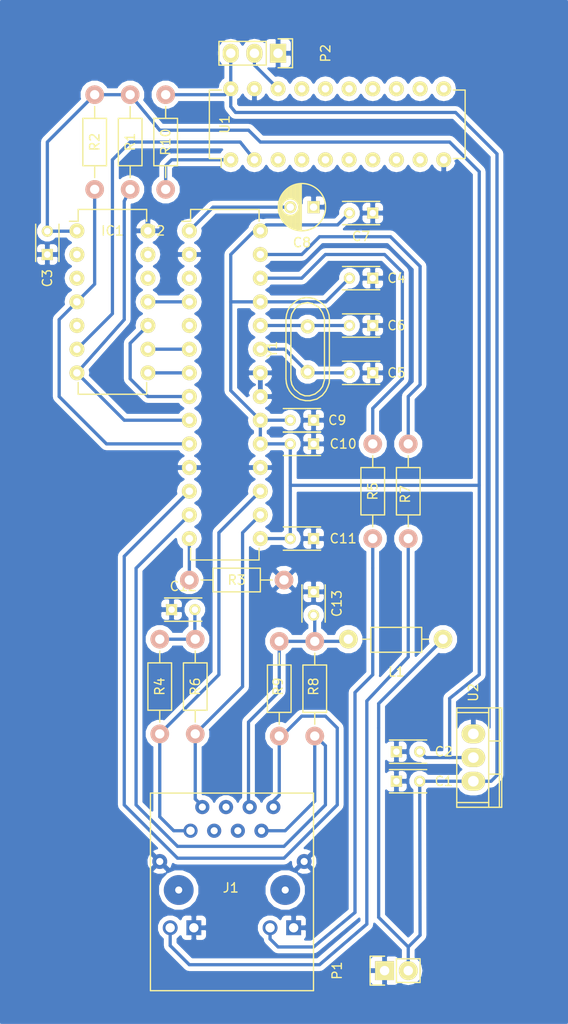
<source format=kicad_pcb>
(kicad_pcb (version 4) (host pcbnew 4.0.4-stable)

  (general
    (links 84)
    (no_connects 0)
    (area 85.725 38.735 146.685001 148.590001)
    (thickness 1.6)
    (drawings 0)
    (tracks 176)
    (zones 0)
    (modules 32)
    (nets 51)
  )

  (page A4)
  (layers
    (0 F.Cu signal)
    (31 B.Cu signal)
    (32 B.Adhes user)
    (33 F.Adhes user)
    (34 B.Paste user)
    (35 F.Paste user)
    (36 B.SilkS user)
    (37 F.SilkS user)
    (38 B.Mask user)
    (39 F.Mask user)
    (40 Dwgs.User user)
    (41 Cmts.User user)
    (42 Eco1.User user)
    (43 Eco2.User user)
    (44 Edge.Cuts user)
    (45 Margin user)
    (46 B.CrtYd user)
    (47 F.CrtYd user)
    (48 B.Fab user)
    (49 F.Fab user)
  )

  (setup
    (last_trace_width 0.35)
    (trace_clearance 0.5)
    (zone_clearance 0.508)
    (zone_45_only yes)
    (trace_min 0.3)
    (segment_width 0.2)
    (edge_width 0.15)
    (via_size 0.6)
    (via_drill 0.4)
    (via_min_size 0.4)
    (via_min_drill 0.3)
    (uvia_size 0.3)
    (uvia_drill 0.1)
    (uvias_allowed no)
    (uvia_min_size 0.2)
    (uvia_min_drill 0.1)
    (pcb_text_width 0.3)
    (pcb_text_size 1.5 1.5)
    (mod_edge_width 0.15)
    (mod_text_size 1 1)
    (mod_text_width 0.15)
    (pad_size 1.524 1.524)
    (pad_drill 0.762)
    (pad_to_mask_clearance 0.2)
    (aux_axis_origin 0 0)
    (visible_elements FFFFF77F)
    (pcbplotparams
      (layerselection 0x00030_80000001)
      (usegerberextensions false)
      (excludeedgelayer true)
      (linewidth 0.100000)
      (plotframeref false)
      (viasonmask false)
      (mode 1)
      (useauxorigin false)
      (hpglpennumber 1)
      (hpglpenspeed 20)
      (hpglpendiameter 15)
      (hpglpenoverlay 2)
      (psnegative false)
      (psa4output false)
      (plotreference true)
      (plotvalue true)
      (plotinvisibletext false)
      (padsonsilk false)
      (subtractmaskfromsilk false)
      (outputformat 1)
      (mirror false)
      (drillshape 1)
      (scaleselection 1)
      (outputdirectory ""))
  )

  (net 0 "")
  (net 1 +5V)
  (net 2 GND)
  (net 3 +3V3)
  (net 4 "Net-(C13-Pad2)")
  (net 5 "Net-(IC1-Pad2)")
  (net 6 "Net-(IC1-Pad3)")
  (net 7 /~RESET~)
  (net 8 "Net-(IC1-Pad5)")
  (net 9 /LED_DAT_3V3)
  (net 10 /~CS~)
  (net 11 /MOSI)
  (net 12 /MISO)
  (net 13 /CLK)
  (net 14 /~INT~)
  (net 15 "Net-(IC1-Pad12)")
  (net 16 "Net-(IC1-Pad13)")
  (net 17 "Net-(IC2-Pad3)")
  (net 18 "Net-(IC2-Pad5)")
  (net 19 /TPIN-)
  (net 20 /TPIN+)
  (net 21 "Net-(IC2-Pad14)")
  (net 22 /TPOUT-)
  (net 23 /TPOUT+)
  (net 24 /LEDB)
  (net 25 /LEDA)
  (net 26 "Net-(J1-Pad3)")
  (net 27 "Net-(J1-Pad5)")
  (net 28 "Net-(J1-Pad4)")
  (net 29 "Net-(U1-Pad3)")
  (net 30 "Net-(U1-Pad4)")
  (net 31 "Net-(U1-Pad5)")
  (net 32 "Net-(U1-Pad6)")
  (net 33 "Net-(U1-Pad7)")
  (net 34 "Net-(U1-Pad8)")
  (net 35 "Net-(U1-Pad9)")
  (net 36 "Net-(U1-Pad11)")
  (net 37 "Net-(U1-Pad12)")
  (net 38 "Net-(U1-Pad13)")
  (net 39 "Net-(U1-Pad14)")
  (net 40 "Net-(U1-Pad15)")
  (net 41 "Net-(U1-Pad16)")
  (net 42 "Net-(U1-Pad17)")
  (net 43 /LED_DAT_5V)
  (net 44 "Net-(J1-Pad11)")
  (net 45 "Net-(J1-Pad9)")
  (net 46 "Net-(C5-Pad2)")
  (net 47 "Net-(C6-Pad2)")
  (net 48 "Net-(C8-Pad2)")
  (net 49 "Net-(C12-Pad2)")
  (net 50 "Net-(R10-Pad2)")

  (net_class Default "This is the default net class."
    (clearance 0.5)
    (trace_width 0.35)
    (via_dia 0.6)
    (via_drill 0.4)
    (uvia_dia 0.3)
    (uvia_drill 0.1)
    (add_net +3V3)
    (add_net +5V)
    (add_net /CLK)
    (add_net /LEDA)
    (add_net /LEDB)
    (add_net /LED_DAT_3V3)
    (add_net /LED_DAT_5V)
    (add_net /MISO)
    (add_net /MOSI)
    (add_net /TPIN+)
    (add_net /TPIN-)
    (add_net /TPOUT+)
    (add_net /TPOUT-)
    (add_net /~CS~)
    (add_net /~INT~)
    (add_net /~RESET~)
    (add_net GND)
    (add_net "Net-(C12-Pad2)")
    (add_net "Net-(C13-Pad2)")
    (add_net "Net-(C5-Pad2)")
    (add_net "Net-(C6-Pad2)")
    (add_net "Net-(C8-Pad2)")
    (add_net "Net-(IC1-Pad12)")
    (add_net "Net-(IC1-Pad13)")
    (add_net "Net-(IC1-Pad2)")
    (add_net "Net-(IC1-Pad3)")
    (add_net "Net-(IC1-Pad5)")
    (add_net "Net-(IC2-Pad14)")
    (add_net "Net-(IC2-Pad3)")
    (add_net "Net-(IC2-Pad5)")
    (add_net "Net-(J1-Pad11)")
    (add_net "Net-(J1-Pad3)")
    (add_net "Net-(J1-Pad4)")
    (add_net "Net-(J1-Pad5)")
    (add_net "Net-(J1-Pad9)")
    (add_net "Net-(R10-Pad2)")
    (add_net "Net-(U1-Pad11)")
    (add_net "Net-(U1-Pad12)")
    (add_net "Net-(U1-Pad13)")
    (add_net "Net-(U1-Pad14)")
    (add_net "Net-(U1-Pad15)")
    (add_net "Net-(U1-Pad16)")
    (add_net "Net-(U1-Pad17)")
    (add_net "Net-(U1-Pad3)")
    (add_net "Net-(U1-Pad4)")
    (add_net "Net-(U1-Pad5)")
    (add_net "Net-(U1-Pad6)")
    (add_net "Net-(U1-Pad7)")
    (add_net "Net-(U1-Pad8)")
    (add_net "Net-(U1-Pad9)")
  )

  (module Capacitors_ThroughHole:C_Radial_D5_L11_P2.5 (layer F.Cu) (tedit 0) (tstamp 57F023DA)
    (at 119.38 60.96 180)
    (descr "Radial Electrolytic Capacitor Diameter 5mm x Length 11mm, Pitch 2.5mm")
    (tags "Electrolytic Capacitor")
    (path /57EEC3F5)
    (fp_text reference C8 (at 1.25 -3.8 180) (layer F.SilkS)
      (effects (font (size 1 1) (thickness 0.15)))
    )
    (fp_text value 10uF (at 1.25 3.8 180) (layer F.Fab)
      (effects (font (size 1 1) (thickness 0.15)))
    )
    (fp_line (start 1.325 -2.499) (end 1.325 2.499) (layer F.SilkS) (width 0.15))
    (fp_line (start 1.465 -2.491) (end 1.465 2.491) (layer F.SilkS) (width 0.15))
    (fp_line (start 1.605 -2.475) (end 1.605 -0.095) (layer F.SilkS) (width 0.15))
    (fp_line (start 1.605 0.095) (end 1.605 2.475) (layer F.SilkS) (width 0.15))
    (fp_line (start 1.745 -2.451) (end 1.745 -0.49) (layer F.SilkS) (width 0.15))
    (fp_line (start 1.745 0.49) (end 1.745 2.451) (layer F.SilkS) (width 0.15))
    (fp_line (start 1.885 -2.418) (end 1.885 -0.657) (layer F.SilkS) (width 0.15))
    (fp_line (start 1.885 0.657) (end 1.885 2.418) (layer F.SilkS) (width 0.15))
    (fp_line (start 2.025 -2.377) (end 2.025 -0.764) (layer F.SilkS) (width 0.15))
    (fp_line (start 2.025 0.764) (end 2.025 2.377) (layer F.SilkS) (width 0.15))
    (fp_line (start 2.165 -2.327) (end 2.165 -0.835) (layer F.SilkS) (width 0.15))
    (fp_line (start 2.165 0.835) (end 2.165 2.327) (layer F.SilkS) (width 0.15))
    (fp_line (start 2.305 -2.266) (end 2.305 -0.879) (layer F.SilkS) (width 0.15))
    (fp_line (start 2.305 0.879) (end 2.305 2.266) (layer F.SilkS) (width 0.15))
    (fp_line (start 2.445 -2.196) (end 2.445 -0.898) (layer F.SilkS) (width 0.15))
    (fp_line (start 2.445 0.898) (end 2.445 2.196) (layer F.SilkS) (width 0.15))
    (fp_line (start 2.585 -2.114) (end 2.585 -0.896) (layer F.SilkS) (width 0.15))
    (fp_line (start 2.585 0.896) (end 2.585 2.114) (layer F.SilkS) (width 0.15))
    (fp_line (start 2.725 -2.019) (end 2.725 -0.871) (layer F.SilkS) (width 0.15))
    (fp_line (start 2.725 0.871) (end 2.725 2.019) (layer F.SilkS) (width 0.15))
    (fp_line (start 2.865 -1.908) (end 2.865 -0.823) (layer F.SilkS) (width 0.15))
    (fp_line (start 2.865 0.823) (end 2.865 1.908) (layer F.SilkS) (width 0.15))
    (fp_line (start 3.005 -1.78) (end 3.005 -0.745) (layer F.SilkS) (width 0.15))
    (fp_line (start 3.005 0.745) (end 3.005 1.78) (layer F.SilkS) (width 0.15))
    (fp_line (start 3.145 -1.631) (end 3.145 -0.628) (layer F.SilkS) (width 0.15))
    (fp_line (start 3.145 0.628) (end 3.145 1.631) (layer F.SilkS) (width 0.15))
    (fp_line (start 3.285 -1.452) (end 3.285 -0.44) (layer F.SilkS) (width 0.15))
    (fp_line (start 3.285 0.44) (end 3.285 1.452) (layer F.SilkS) (width 0.15))
    (fp_line (start 3.425 -1.233) (end 3.425 1.233) (layer F.SilkS) (width 0.15))
    (fp_line (start 3.565 -0.944) (end 3.565 0.944) (layer F.SilkS) (width 0.15))
    (fp_line (start 3.705 -0.472) (end 3.705 0.472) (layer F.SilkS) (width 0.15))
    (fp_circle (center 2.5 0) (end 2.5 -0.9) (layer F.SilkS) (width 0.15))
    (fp_circle (center 1.25 0) (end 1.25 -2.5375) (layer F.SilkS) (width 0.15))
    (fp_circle (center 1.25 0) (end 1.25 -2.8) (layer F.CrtYd) (width 0.05))
    (pad 1 thru_hole rect (at 0 0 180) (size 1.3 1.3) (drill 0.8) (layers *.Cu *.Mask F.SilkS)
      (net 2 GND))
    (pad 2 thru_hole circle (at 2.5 0 180) (size 1.3 1.3) (drill 0.8) (layers *.Cu *.Mask F.SilkS)
      (net 48 "Net-(C8-Pad2)"))
    (model Capacitors_ThroughHole.3dshapes/C_Radial_D5_L11_P2.5.wrl
      (at (xyz 0.049213 0 0))
      (scale (xyz 1 1 1))
      (rotate (xyz 0 0 90))
    )
  )

  (module Resistors_ThroughHole:Resistor_Horizontal_RM10mm (layer F.Cu) (tedit 57F1635E) (tstamp 57F14922)
    (at 103.505 48.895 270)
    (descr "Resistor, Axial,  RM 10mm, 1/3W")
    (tags "Resistor Axial RM 10mm 1/3W")
    (path /57F17140)
    (fp_text reference R10 (at 5.08 0 270) (layer F.SilkS)
      (effects (font (size 1 1) (thickness 0.15)))
    )
    (fp_text value 10k (at 5.08 3.81 270) (layer F.Fab)
      (effects (font (size 1 1) (thickness 0.15)))
    )
    (fp_line (start -1.25 -1.5) (end 11.4 -1.5) (layer F.CrtYd) (width 0.05))
    (fp_line (start -1.25 1.5) (end -1.25 -1.5) (layer F.CrtYd) (width 0.05))
    (fp_line (start 11.4 -1.5) (end 11.4 1.5) (layer F.CrtYd) (width 0.05))
    (fp_line (start -1.25 1.5) (end 11.4 1.5) (layer F.CrtYd) (width 0.05))
    (fp_line (start 2.54 -1.27) (end 7.62 -1.27) (layer F.SilkS) (width 0.15))
    (fp_line (start 7.62 -1.27) (end 7.62 1.27) (layer F.SilkS) (width 0.15))
    (fp_line (start 7.62 1.27) (end 2.54 1.27) (layer F.SilkS) (width 0.15))
    (fp_line (start 2.54 1.27) (end 2.54 -1.27) (layer F.SilkS) (width 0.15))
    (fp_line (start 2.54 0) (end 1.27 0) (layer F.SilkS) (width 0.15))
    (fp_line (start 7.62 0) (end 8.89 0) (layer F.SilkS) (width 0.15))
    (pad 1 thru_hole circle (at 0 0 270) (size 1.99898 1.99898) (drill 1.00076) (layers *.Cu *.SilkS *.Mask)
      (net 1 +5V))
    (pad 2 thru_hole circle (at 10.16 0 270) (size 1.99898 1.99898) (drill 1.00076) (layers *.Cu *.SilkS *.Mask)
      (net 50 "Net-(R10-Pad2)"))
    (model Resistors_ThroughHole.3dshapes/Resistor_Horizontal_RM10mm.wrl
      (at (xyz 0.2 0 0))
      (scale (xyz 0.4 0.4 0.4))
      (rotate (xyz 0 0 0))
    )
  )

  (module Pin_Headers:Pin_Header_Straight_1x03 (layer F.Cu) (tedit 0) (tstamp 57F146AB)
    (at 115.57 44.45 270)
    (descr "Through hole pin header")
    (tags "pin header")
    (path /57EEBBD0)
    (fp_text reference P2 (at 0 -5.1 270) (layer F.SilkS)
      (effects (font (size 1 1) (thickness 0.15)))
    )
    (fp_text value CONN_01X03 (at 0 -3.1 270) (layer F.Fab)
      (effects (font (size 1 1) (thickness 0.15)))
    )
    (fp_line (start -1.75 -1.75) (end -1.75 6.85) (layer F.CrtYd) (width 0.05))
    (fp_line (start 1.75 -1.75) (end 1.75 6.85) (layer F.CrtYd) (width 0.05))
    (fp_line (start -1.75 -1.75) (end 1.75 -1.75) (layer F.CrtYd) (width 0.05))
    (fp_line (start -1.75 6.85) (end 1.75 6.85) (layer F.CrtYd) (width 0.05))
    (fp_line (start -1.27 1.27) (end -1.27 6.35) (layer F.SilkS) (width 0.15))
    (fp_line (start -1.27 6.35) (end 1.27 6.35) (layer F.SilkS) (width 0.15))
    (fp_line (start 1.27 6.35) (end 1.27 1.27) (layer F.SilkS) (width 0.15))
    (fp_line (start 1.55 -1.55) (end 1.55 0) (layer F.SilkS) (width 0.15))
    (fp_line (start 1.27 1.27) (end -1.27 1.27) (layer F.SilkS) (width 0.15))
    (fp_line (start -1.55 0) (end -1.55 -1.55) (layer F.SilkS) (width 0.15))
    (fp_line (start -1.55 -1.55) (end 1.55 -1.55) (layer F.SilkS) (width 0.15))
    (pad 1 thru_hole rect (at 0 0 270) (size 2.032 1.7272) (drill 1.016) (layers *.Cu *.Mask F.SilkS)
      (net 2 GND))
    (pad 2 thru_hole oval (at 0 2.54 270) (size 2.032 1.7272) (drill 1.016) (layers *.Cu *.Mask F.SilkS)
      (net 43 /LED_DAT_5V))
    (pad 3 thru_hole oval (at 0 5.08 270) (size 2.032 1.7272) (drill 1.016) (layers *.Cu *.Mask F.SilkS)
      (net 1 +5V))
    (model Pin_Headers.3dshapes/Pin_Header_Straight_1x03.wrl
      (at (xyz 0 -0.1 0))
      (scale (xyz 1 1 1))
      (rotate (xyz 0 0 90))
    )
  )

  (module Pin_Headers:Pin_Header_Straight_1x02 (layer F.Cu) (tedit 54EA090C) (tstamp 57F146A4)
    (at 127 142.875 90)
    (descr "Through hole pin header")
    (tags "pin header")
    (path /57EEBB55)
    (fp_text reference P1 (at 0 -5.1 90) (layer F.SilkS)
      (effects (font (size 1 1) (thickness 0.15)))
    )
    (fp_text value CONN_01X02 (at 0 -3.1 90) (layer F.Fab)
      (effects (font (size 1 1) (thickness 0.15)))
    )
    (fp_line (start 1.27 1.27) (end 1.27 3.81) (layer F.SilkS) (width 0.15))
    (fp_line (start 1.55 -1.55) (end 1.55 0) (layer F.SilkS) (width 0.15))
    (fp_line (start -1.75 -1.75) (end -1.75 4.3) (layer F.CrtYd) (width 0.05))
    (fp_line (start 1.75 -1.75) (end 1.75 4.3) (layer F.CrtYd) (width 0.05))
    (fp_line (start -1.75 -1.75) (end 1.75 -1.75) (layer F.CrtYd) (width 0.05))
    (fp_line (start -1.75 4.3) (end 1.75 4.3) (layer F.CrtYd) (width 0.05))
    (fp_line (start 1.27 1.27) (end -1.27 1.27) (layer F.SilkS) (width 0.15))
    (fp_line (start -1.55 0) (end -1.55 -1.55) (layer F.SilkS) (width 0.15))
    (fp_line (start -1.55 -1.55) (end 1.55 -1.55) (layer F.SilkS) (width 0.15))
    (fp_line (start -1.27 1.27) (end -1.27 3.81) (layer F.SilkS) (width 0.15))
    (fp_line (start -1.27 3.81) (end 1.27 3.81) (layer F.SilkS) (width 0.15))
    (pad 1 thru_hole rect (at 0 0 90) (size 2.032 2.032) (drill 1.016) (layers *.Cu *.Mask F.SilkS)
      (net 2 GND))
    (pad 2 thru_hole oval (at 0 2.54 90) (size 2.032 2.032) (drill 1.016) (layers *.Cu *.Mask F.SilkS)
      (net 1 +5V))
    (model Pin_Headers.3dshapes/Pin_Header_Straight_1x02.wrl
      (at (xyz 0 -0.05 0))
      (scale (xyz 1 1 1))
      (rotate (xyz 0 0 90))
    )
  )

  (module magjack:RJ45_MAGJACK (layer F.Cu) (tedit 57F13D82) (tstamp 57F0243E)
    (at 102.87 123.825)
    (path /57F02704)
    (fp_text reference J1 (at 7.62 10.16) (layer F.SilkS)
      (effects (font (size 1 1) (thickness 0.15)))
    )
    (fp_text value RJ45_MAGJACK (at 7.62 -1.27) (layer F.Fab)
      (effects (font (size 1 1) (thickness 0.15)))
    )
    (fp_line (start 16.5 0) (end -1 0) (layer F.SilkS) (width 0.15))
    (fp_line (start 16.5 21.2) (end 16.5 0) (layer F.SilkS) (width 0.15))
    (fp_line (start -1 21.2) (end 16.5 21.2) (layer F.SilkS) (width 0.15))
    (fp_line (start -1 0) (end -1 21.2) (layer F.SilkS) (width 0.15))
    (pad 11 thru_hole circle (at 11.84 14.45) (size 1.602 1.602) (drill 1) (layers *.Cu *.Mask)
      (net 44 "Net-(J1-Pad11)"))
    (pad 10 thru_hole rect (at 3.66 14.45) (size 1.602 1.602) (drill 1) (layers *.Cu *.Mask)
      (net 2 GND))
    (pad 12 thru_hole rect (at 14.37 14.45) (size 1.602 1.602) (drill 1) (layers *.Cu *.Mask)
      (net 2 GND))
    (pad 9 thru_hole circle (at 1.12 14.45) (size 1.602 1.602) (drill 1) (layers *.Cu *.Mask)
      (net 45 "Net-(J1-Pad9)"))
    (pad 13 thru_hole circle (at 15.5 7.34) (size 1.602 1.602) (drill 0.762) (layers *.Cu *.Mask)
      (net 2 GND))
    (pad 13 thru_hole circle (at 0 7.34) (size 1.602 1.602) (drill 0.762) (layers *.Cu *.Mask)
      (net 2 GND))
    (pad "" np_thru_hole circle (at 13.465 10.4) (size 3.202 3.202) (drill 0.762) (layers *.Cu *.Mask))
    (pad "" np_thru_hole circle (at 2.035 10.4) (size 3.202 3.202) (drill 0.762) (layers *.Cu *.Mask))
    (pad 1 thru_hole circle (at 3.3 4.04) (size 1.524 1.524) (drill 0.9) (layers *.Cu *.Mask)
      (net 23 /TPOUT+))
    (pad 3 thru_hole circle (at 5.84 4.04) (size 1.524 1.524) (drill 0.762) (layers *.Cu *.Mask)
      (net 26 "Net-(J1-Pad3)"))
    (pad 5 thru_hole circle (at 8.38 4.04) (size 1.524 1.524) (drill 0.762) (layers *.Cu *.Mask)
      (net 27 "Net-(J1-Pad5)"))
    (pad 7 thru_hole circle (at 10.92 4.04) (size 1.524 1.524) (drill 0.762) (layers *.Cu *.Mask)
      (net 20 /TPIN+))
    (pad 2 thru_hole circle (at 4.57 1.5) (size 1.524 1.524) (drill 0.762) (layers *.Cu *.Mask)
      (net 22 /TPOUT-))
    (pad 4 thru_hole circle (at 7.11 1.5) (size 1.524 1.524) (drill 0.762) (layers *.Cu *.Mask)
      (net 28 "Net-(J1-Pad4)"))
    (pad 6 thru_hole circle (at 9.65 1.5) (size 1.524 1.524) (drill 0.762) (layers *.Cu *.Mask)
      (net 4 "Net-(C13-Pad2)"))
    (pad 8 thru_hole circle (at 12.19 1.5) (size 1.524 1.524) (drill 0.762) (layers *.Cu *.Mask)
      (net 19 /TPIN-))
  )

  (module Crystals:Crystal_HC49-U_Vertical (layer F.Cu) (tedit 0) (tstamp 57F0249F)
    (at 118.745 76.2 90)
    (descr "Crystal Quarz HC49/U vertical stehend")
    (tags "Crystal Quarz HC49/U vertical stehend")
    (path /57EEC163)
    (fp_text reference Y1 (at 0 -3.81 90) (layer F.SilkS)
      (effects (font (size 1 1) (thickness 0.15)))
    )
    (fp_text value 25MHz (at 0 3.81 90) (layer F.Fab)
      (effects (font (size 1 1) (thickness 0.15)))
    )
    (fp_line (start 4.699 -1.00076) (end 4.89966 -0.59944) (layer F.SilkS) (width 0.15))
    (fp_line (start 4.89966 -0.59944) (end 5.00126 0) (layer F.SilkS) (width 0.15))
    (fp_line (start 5.00126 0) (end 4.89966 0.50038) (layer F.SilkS) (width 0.15))
    (fp_line (start 4.89966 0.50038) (end 4.50088 1.19888) (layer F.SilkS) (width 0.15))
    (fp_line (start 4.50088 1.19888) (end 3.8989 1.6002) (layer F.SilkS) (width 0.15))
    (fp_line (start 3.8989 1.6002) (end 3.29946 1.80086) (layer F.SilkS) (width 0.15))
    (fp_line (start 3.29946 1.80086) (end -3.29946 1.80086) (layer F.SilkS) (width 0.15))
    (fp_line (start -3.29946 1.80086) (end -4.0005 1.6002) (layer F.SilkS) (width 0.15))
    (fp_line (start -4.0005 1.6002) (end -4.39928 1.30048) (layer F.SilkS) (width 0.15))
    (fp_line (start -4.39928 1.30048) (end -4.8006 0.8001) (layer F.SilkS) (width 0.15))
    (fp_line (start -4.8006 0.8001) (end -5.00126 0.20066) (layer F.SilkS) (width 0.15))
    (fp_line (start -5.00126 0.20066) (end -5.00126 -0.29972) (layer F.SilkS) (width 0.15))
    (fp_line (start -5.00126 -0.29972) (end -4.8006 -0.8001) (layer F.SilkS) (width 0.15))
    (fp_line (start -4.8006 -0.8001) (end -4.30022 -1.39954) (layer F.SilkS) (width 0.15))
    (fp_line (start -4.30022 -1.39954) (end -3.79984 -1.69926) (layer F.SilkS) (width 0.15))
    (fp_line (start -3.79984 -1.69926) (end -3.29946 -1.80086) (layer F.SilkS) (width 0.15))
    (fp_line (start -3.2004 -1.80086) (end 3.40106 -1.80086) (layer F.SilkS) (width 0.15))
    (fp_line (start 3.40106 -1.80086) (end 3.79984 -1.69926) (layer F.SilkS) (width 0.15))
    (fp_line (start 3.79984 -1.69926) (end 4.30022 -1.39954) (layer F.SilkS) (width 0.15))
    (fp_line (start 4.30022 -1.39954) (end 4.8006 -0.89916) (layer F.SilkS) (width 0.15))
    (fp_line (start -3.19024 -2.32918) (end -3.64998 -2.28092) (layer F.SilkS) (width 0.15))
    (fp_line (start -3.64998 -2.28092) (end -4.04876 -2.16916) (layer F.SilkS) (width 0.15))
    (fp_line (start -4.04876 -2.16916) (end -4.48056 -1.95072) (layer F.SilkS) (width 0.15))
    (fp_line (start -4.48056 -1.95072) (end -4.77012 -1.71958) (layer F.SilkS) (width 0.15))
    (fp_line (start -4.77012 -1.71958) (end -5.10032 -1.36906) (layer F.SilkS) (width 0.15))
    (fp_line (start -5.10032 -1.36906) (end -5.38988 -0.83058) (layer F.SilkS) (width 0.15))
    (fp_line (start -5.38988 -0.83058) (end -5.51942 -0.23114) (layer F.SilkS) (width 0.15))
    (fp_line (start -5.51942 -0.23114) (end -5.51942 0.2794) (layer F.SilkS) (width 0.15))
    (fp_line (start -5.51942 0.2794) (end -5.34924 0.98044) (layer F.SilkS) (width 0.15))
    (fp_line (start -5.34924 0.98044) (end -4.95046 1.56972) (layer F.SilkS) (width 0.15))
    (fp_line (start -4.95046 1.56972) (end -4.49072 1.94056) (layer F.SilkS) (width 0.15))
    (fp_line (start -4.49072 1.94056) (end -4.06908 2.14884) (layer F.SilkS) (width 0.15))
    (fp_line (start -4.06908 2.14884) (end -3.6195 2.30886) (layer F.SilkS) (width 0.15))
    (fp_line (start -3.6195 2.30886) (end -3.18008 2.33934) (layer F.SilkS) (width 0.15))
    (fp_line (start 4.16052 2.1209) (end 4.53898 1.89992) (layer F.SilkS) (width 0.15))
    (fp_line (start 4.53898 1.89992) (end 4.85902 1.62052) (layer F.SilkS) (width 0.15))
    (fp_line (start 4.85902 1.62052) (end 5.11048 1.29032) (layer F.SilkS) (width 0.15))
    (fp_line (start 5.11048 1.29032) (end 5.4102 0.73914) (layer F.SilkS) (width 0.15))
    (fp_line (start 5.4102 0.73914) (end 5.51942 0.26924) (layer F.SilkS) (width 0.15))
    (fp_line (start 5.51942 0.26924) (end 5.53974 -0.1905) (layer F.SilkS) (width 0.15))
    (fp_line (start 5.53974 -0.1905) (end 5.45084 -0.65024) (layer F.SilkS) (width 0.15))
    (fp_line (start 5.45084 -0.65024) (end 5.26034 -1.09982) (layer F.SilkS) (width 0.15))
    (fp_line (start 5.26034 -1.09982) (end 4.89966 -1.56972) (layer F.SilkS) (width 0.15))
    (fp_line (start 4.89966 -1.56972) (end 4.54914 -1.88976) (layer F.SilkS) (width 0.15))
    (fp_line (start 4.54914 -1.88976) (end 4.16052 -2.1209) (layer F.SilkS) (width 0.15))
    (fp_line (start 4.16052 -2.1209) (end 3.73126 -2.2606) (layer F.SilkS) (width 0.15))
    (fp_line (start 3.73126 -2.2606) (end 3.2893 -2.32918) (layer F.SilkS) (width 0.15))
    (fp_line (start -3.2004 2.32918) (end 3.2512 2.32918) (layer F.SilkS) (width 0.15))
    (fp_line (start 3.2512 2.32918) (end 3.6703 2.29108) (layer F.SilkS) (width 0.15))
    (fp_line (start 3.6703 2.29108) (end 4.16052 2.1209) (layer F.SilkS) (width 0.15))
    (fp_line (start -3.2004 -2.32918) (end 3.2512 -2.32918) (layer F.SilkS) (width 0.15))
    (pad 1 thru_hole circle (at -2.44094 0 90) (size 1.50114 1.50114) (drill 0.8001) (layers *.Cu *.Mask F.SilkS)
      (net 46 "Net-(C5-Pad2)"))
    (pad 2 thru_hole circle (at 2.44094 0 90) (size 1.50114 1.50114) (drill 0.8001) (layers *.Cu *.Mask F.SilkS)
      (net 47 "Net-(C6-Pad2)"))
  )

  (module Power_Integrations:TO-220 (layer F.Cu) (tedit 57F0FE75) (tstamp 57F02499)
    (at 136.525 120.015 270)
    (descr "Non Isolated JEDEC TO-220 Package")
    (tags "Power Integration YN Package")
    (path /57EF6AFD)
    (fp_text reference U2 (at -6.985 0 270) (layer F.SilkS)
      (effects (font (size 1 1) (thickness 0.15)))
    )
    (fp_text value LD1117V33 (at 0 -4.318 270) (layer F.Fab)
      (effects (font (size 1 1) (thickness 0.15)))
    )
    (fp_line (start 4.826 -1.651) (end 4.826 1.778) (layer F.SilkS) (width 0.15))
    (fp_line (start -4.826 -1.651) (end -4.826 1.778) (layer F.SilkS) (width 0.15))
    (fp_line (start 5.334 -2.794) (end -5.334 -2.794) (layer F.SilkS) (width 0.15))
    (fp_line (start 1.778 -1.778) (end 1.778 -3.048) (layer F.SilkS) (width 0.15))
    (fp_line (start -1.778 -1.778) (end -1.778 -3.048) (layer F.SilkS) (width 0.15))
    (fp_line (start -5.334 -1.651) (end 5.334 -1.651) (layer F.SilkS) (width 0.15))
    (fp_line (start 5.334 1.778) (end -5.334 1.778) (layer F.SilkS) (width 0.15))
    (fp_line (start -5.334 -3.048) (end -5.334 1.778) (layer F.SilkS) (width 0.15))
    (fp_line (start 5.334 -3.048) (end 5.334 1.778) (layer F.SilkS) (width 0.15))
    (fp_line (start 5.334 -3.048) (end -5.334 -3.048) (layer F.SilkS) (width 0.15))
    (pad 2 thru_hole oval (at 0 0 270) (size 2.032 2.54) (drill 1.143) (layers *.Cu *.Mask F.SilkS)
      (net 3 +3V3))
    (pad 3 thru_hole oval (at 2.54 0 270) (size 2.032 2.54) (drill 1.143) (layers *.Cu *.Mask F.SilkS)
      (net 1 +5V))
    (pad 1 thru_hole oval (at -2.54 0 270) (size 2.032 2.54) (drill 1.143) (layers *.Cu *.Mask F.SilkS)
      (net 2 GND))
  )

  (module Housings_DIP:DIP-20_W7.62mm (layer F.Cu) (tedit 57F16DB1) (tstamp 57F02492)
    (at 110.49 55.88 90)
    (descr "20-lead dip package, row spacing 7.62 mm (300 mils)")
    (tags "dil dip 2.54 300")
    (path /57EF119E)
    (fp_text reference U1 (at 3.81 -0.635 90) (layer F.SilkS)
      (effects (font (size 1 1) (thickness 0.15)))
    )
    (fp_text value 74HC245 (at 0 -3.72 90) (layer F.Fab)
      (effects (font (size 1 1) (thickness 0.15)))
    )
    (fp_line (start -1.05 -2.45) (end -1.05 25.35) (layer F.CrtYd) (width 0.05))
    (fp_line (start 8.65 -2.45) (end 8.65 25.35) (layer F.CrtYd) (width 0.05))
    (fp_line (start -1.05 -2.45) (end 8.65 -2.45) (layer F.CrtYd) (width 0.05))
    (fp_line (start -1.05 25.35) (end 8.65 25.35) (layer F.CrtYd) (width 0.05))
    (fp_line (start 0.135 -2.295) (end 0.135 -1.025) (layer F.SilkS) (width 0.15))
    (fp_line (start 7.485 -2.295) (end 7.485 -1.025) (layer F.SilkS) (width 0.15))
    (fp_line (start 7.485 25.155) (end 7.485 23.885) (layer F.SilkS) (width 0.15))
    (fp_line (start 0.135 25.155) (end 0.135 23.885) (layer F.SilkS) (width 0.15))
    (fp_line (start 0.135 -2.295) (end 7.485 -2.295) (layer F.SilkS) (width 0.15))
    (fp_line (start 0.135 25.155) (end 7.485 25.155) (layer F.SilkS) (width 0.15))
    (fp_line (start 0.135 -1.025) (end -0.8 -1.025) (layer F.SilkS) (width 0.15))
    (pad 1 thru_hole oval (at 0 0 90) (size 1.6 1.6) (drill 0.8) (layers *.Cu *.Mask F.SilkS)
      (net 50 "Net-(R10-Pad2)"))
    (pad 2 thru_hole oval (at 0 2.54 90) (size 1.6 1.6) (drill 0.8) (layers *.Cu *.Mask F.SilkS)
      (net 9 /LED_DAT_3V3))
    (pad 3 thru_hole oval (at 0 5.08 90) (size 1.6 1.6) (drill 0.8) (layers *.Cu *.Mask F.SilkS)
      (net 29 "Net-(U1-Pad3)"))
    (pad 4 thru_hole oval (at 0 7.62 90) (size 1.6 1.6) (drill 0.8) (layers *.Cu *.Mask F.SilkS)
      (net 30 "Net-(U1-Pad4)"))
    (pad 5 thru_hole oval (at 0 10.16 90) (size 1.6 1.6) (drill 0.8) (layers *.Cu *.Mask F.SilkS)
      (net 31 "Net-(U1-Pad5)"))
    (pad 6 thru_hole oval (at 0 12.7 90) (size 1.6 1.6) (drill 0.8) (layers *.Cu *.Mask F.SilkS)
      (net 32 "Net-(U1-Pad6)"))
    (pad 7 thru_hole oval (at 0 15.24 90) (size 1.6 1.6) (drill 0.8) (layers *.Cu *.Mask F.SilkS)
      (net 33 "Net-(U1-Pad7)"))
    (pad 8 thru_hole oval (at 0 17.78 90) (size 1.6 1.6) (drill 0.8) (layers *.Cu *.Mask F.SilkS)
      (net 34 "Net-(U1-Pad8)"))
    (pad 9 thru_hole oval (at 0 20.32 90) (size 1.6 1.6) (drill 0.8) (layers *.Cu *.Mask F.SilkS)
      (net 35 "Net-(U1-Pad9)"))
    (pad 10 thru_hole oval (at 0 22.86 90) (size 1.6 1.6) (drill 0.8) (layers *.Cu *.Mask F.SilkS)
      (net 2 GND))
    (pad 11 thru_hole oval (at 7.62 22.86 90) (size 1.6 1.6) (drill 0.8) (layers *.Cu *.Mask F.SilkS)
      (net 36 "Net-(U1-Pad11)"))
    (pad 12 thru_hole oval (at 7.62 20.32 90) (size 1.6 1.6) (drill 0.8) (layers *.Cu *.Mask F.SilkS)
      (net 37 "Net-(U1-Pad12)"))
    (pad 13 thru_hole oval (at 7.62 17.78 90) (size 1.6 1.6) (drill 0.8) (layers *.Cu *.Mask F.SilkS)
      (net 38 "Net-(U1-Pad13)"))
    (pad 14 thru_hole oval (at 7.62 15.24 90) (size 1.6 1.6) (drill 0.8) (layers *.Cu *.Mask F.SilkS)
      (net 39 "Net-(U1-Pad14)"))
    (pad 15 thru_hole oval (at 7.62 12.7 90) (size 1.6 1.6) (drill 0.8) (layers *.Cu *.Mask F.SilkS)
      (net 40 "Net-(U1-Pad15)"))
    (pad 16 thru_hole oval (at 7.62 10.16 90) (size 1.6 1.6) (drill 0.8) (layers *.Cu *.Mask F.SilkS)
      (net 41 "Net-(U1-Pad16)"))
    (pad 17 thru_hole oval (at 7.62 7.62 90) (size 1.6 1.6) (drill 0.8) (layers *.Cu *.Mask F.SilkS)
      (net 42 "Net-(U1-Pad17)"))
    (pad 18 thru_hole oval (at 7.62 5.08 90) (size 1.6 1.6) (drill 0.8) (layers *.Cu *.Mask F.SilkS)
      (net 43 /LED_DAT_5V))
    (pad 19 thru_hole oval (at 7.62 2.54 90) (size 1.6 1.6) (drill 0.8) (layers *.Cu *.Mask F.SilkS)
      (net 2 GND))
    (pad 20 thru_hole oval (at 7.62 0 90) (size 1.6 1.6) (drill 0.8) (layers *.Cu *.Mask F.SilkS)
      (net 1 +5V))
    (model Housings_DIP.3dshapes/DIP-20_W7.62mm.wrl
      (at (xyz 0 0 0))
      (scale (xyz 1 1 1))
      (rotate (xyz 0 0 0))
    )
  )

  (module Resistors_ThroughHole:Resistor_Horizontal_RM10mm (layer F.Cu) (tedit 57F17386) (tstamp 57F0247A)
    (at 115.695 117.705 90)
    (descr "Resistor, Axial,  RM 10mm, 1/3W")
    (tags "Resistor Axial RM 10mm 1/3W")
    (path /57F02C53)
    (fp_text reference R9 (at 5.31 -0.125 90) (layer F.SilkS)
      (effects (font (size 1 1) (thickness 0.15)))
    )
    (fp_text value 49R9 (at 5.08 3.81 90) (layer F.Fab)
      (effects (font (size 1 1) (thickness 0.15)))
    )
    (fp_line (start -1.25 -1.5) (end 11.4 -1.5) (layer F.CrtYd) (width 0.05))
    (fp_line (start -1.25 1.5) (end -1.25 -1.5) (layer F.CrtYd) (width 0.05))
    (fp_line (start 11.4 -1.5) (end 11.4 1.5) (layer F.CrtYd) (width 0.05))
    (fp_line (start -1.25 1.5) (end 11.4 1.5) (layer F.CrtYd) (width 0.05))
    (fp_line (start 2.54 -1.27) (end 7.62 -1.27) (layer F.SilkS) (width 0.15))
    (fp_line (start 7.62 -1.27) (end 7.62 1.27) (layer F.SilkS) (width 0.15))
    (fp_line (start 7.62 1.27) (end 2.54 1.27) (layer F.SilkS) (width 0.15))
    (fp_line (start 2.54 1.27) (end 2.54 -1.27) (layer F.SilkS) (width 0.15))
    (fp_line (start 2.54 0) (end 1.27 0) (layer F.SilkS) (width 0.15))
    (fp_line (start 7.62 0) (end 8.89 0) (layer F.SilkS) (width 0.15))
    (pad 1 thru_hole circle (at 0 0 90) (size 1.99898 1.99898) (drill 1.00076) (layers *.Cu *.SilkS *.Mask)
      (net 19 /TPIN-))
    (pad 2 thru_hole circle (at 10.16 0 90) (size 1.99898 1.99898) (drill 1.00076) (layers *.Cu *.SilkS *.Mask)
      (net 4 "Net-(C13-Pad2)"))
    (model Resistors_ThroughHole.3dshapes/Resistor_Horizontal_RM10mm.wrl
      (at (xyz 0.2 0 0))
      (scale (xyz 0.4 0.4 0.4))
      (rotate (xyz 0 0 0))
    )
  )

  (module Resistors_ThroughHole:Resistor_Horizontal_RM10mm (layer F.Cu) (tedit 57F17382) (tstamp 57F02474)
    (at 119.505 117.705 90)
    (descr "Resistor, Axial,  RM 10mm, 1/3W")
    (tags "Resistor Axial RM 10mm 1/3W")
    (path /57F02BD9)
    (fp_text reference R8 (at 5.31 -0.125 90) (layer F.SilkS)
      (effects (font (size 1 1) (thickness 0.15)))
    )
    (fp_text value 49R9 (at 5.08 3.81 90) (layer F.Fab)
      (effects (font (size 1 1) (thickness 0.15)))
    )
    (fp_line (start -1.25 -1.5) (end 11.4 -1.5) (layer F.CrtYd) (width 0.05))
    (fp_line (start -1.25 1.5) (end -1.25 -1.5) (layer F.CrtYd) (width 0.05))
    (fp_line (start 11.4 -1.5) (end 11.4 1.5) (layer F.CrtYd) (width 0.05))
    (fp_line (start -1.25 1.5) (end 11.4 1.5) (layer F.CrtYd) (width 0.05))
    (fp_line (start 2.54 -1.27) (end 7.62 -1.27) (layer F.SilkS) (width 0.15))
    (fp_line (start 7.62 -1.27) (end 7.62 1.27) (layer F.SilkS) (width 0.15))
    (fp_line (start 7.62 1.27) (end 2.54 1.27) (layer F.SilkS) (width 0.15))
    (fp_line (start 2.54 1.27) (end 2.54 -1.27) (layer F.SilkS) (width 0.15))
    (fp_line (start 2.54 0) (end 1.27 0) (layer F.SilkS) (width 0.15))
    (fp_line (start 7.62 0) (end 8.89 0) (layer F.SilkS) (width 0.15))
    (pad 1 thru_hole circle (at 0 0 90) (size 1.99898 1.99898) (drill 1.00076) (layers *.Cu *.SilkS *.Mask)
      (net 20 /TPIN+))
    (pad 2 thru_hole circle (at 10.16 0 90) (size 1.99898 1.99898) (drill 1.00076) (layers *.Cu *.SilkS *.Mask)
      (net 4 "Net-(C13-Pad2)"))
    (model Resistors_ThroughHole.3dshapes/Resistor_Horizontal_RM10mm.wrl
      (at (xyz 0.2 0 0))
      (scale (xyz 0.4 0.4 0.4))
      (rotate (xyz 0 0 0))
    )
  )

  (module Resistors_ThroughHole:Resistor_Horizontal_RM10mm (layer F.Cu) (tedit 57F117CA) (tstamp 57F0246E)
    (at 129.54 86.36 270)
    (descr "Resistor, Axial,  RM 10mm, 1/3W")
    (tags "Resistor Axial RM 10mm 1/3W")
    (path /57F00D89)
    (fp_text reference R7 (at 5.3975 0.3175 270) (layer F.SilkS)
      (effects (font (size 1 1) (thickness 0.15)))
    )
    (fp_text value 100R (at 5.08 3.81 270) (layer F.Fab)
      (effects (font (size 1 1) (thickness 0.15)))
    )
    (fp_line (start -1.25 -1.5) (end 11.4 -1.5) (layer F.CrtYd) (width 0.05))
    (fp_line (start -1.25 1.5) (end -1.25 -1.5) (layer F.CrtYd) (width 0.05))
    (fp_line (start 11.4 -1.5) (end 11.4 1.5) (layer F.CrtYd) (width 0.05))
    (fp_line (start -1.25 1.5) (end 11.4 1.5) (layer F.CrtYd) (width 0.05))
    (fp_line (start 2.54 -1.27) (end 7.62 -1.27) (layer F.SilkS) (width 0.15))
    (fp_line (start 7.62 -1.27) (end 7.62 1.27) (layer F.SilkS) (width 0.15))
    (fp_line (start 7.62 1.27) (end 2.54 1.27) (layer F.SilkS) (width 0.15))
    (fp_line (start 2.54 1.27) (end 2.54 -1.27) (layer F.SilkS) (width 0.15))
    (fp_line (start 2.54 0) (end 1.27 0) (layer F.SilkS) (width 0.15))
    (fp_line (start 7.62 0) (end 8.89 0) (layer F.SilkS) (width 0.15))
    (pad 1 thru_hole circle (at 0 0 270) (size 1.99898 1.99898) (drill 1.00076) (layers *.Cu *.SilkS *.Mask)
      (net 25 /LEDA))
    (pad 2 thru_hole circle (at 10.16 0 270) (size 1.99898 1.99898) (drill 1.00076) (layers *.Cu *.SilkS *.Mask)
      (net 45 "Net-(J1-Pad9)"))
    (model Resistors_ThroughHole.3dshapes/Resistor_Horizontal_RM10mm.wrl
      (at (xyz 0.2 0 0))
      (scale (xyz 0.4 0.4 0.4))
      (rotate (xyz 0 0 0))
    )
  )

  (module Resistors_ThroughHole:Resistor_Horizontal_RM10mm (layer F.Cu) (tedit 57F1738A) (tstamp 57F02468)
    (at 106.68 117.475 90)
    (descr "Resistor, Axial,  RM 10mm, 1/3W")
    (tags "Resistor Axial RM 10mm 1/3W")
    (path /57F01BF0)
    (fp_text reference R6 (at 5.08 0 90) (layer F.SilkS)
      (effects (font (size 1 1) (thickness 0.15)))
    )
    (fp_text value 49R9 (at 5.08 3.81 90) (layer F.Fab)
      (effects (font (size 1 1) (thickness 0.15)))
    )
    (fp_line (start -1.25 -1.5) (end 11.4 -1.5) (layer F.CrtYd) (width 0.05))
    (fp_line (start -1.25 1.5) (end -1.25 -1.5) (layer F.CrtYd) (width 0.05))
    (fp_line (start 11.4 -1.5) (end 11.4 1.5) (layer F.CrtYd) (width 0.05))
    (fp_line (start -1.25 1.5) (end 11.4 1.5) (layer F.CrtYd) (width 0.05))
    (fp_line (start 2.54 -1.27) (end 7.62 -1.27) (layer F.SilkS) (width 0.15))
    (fp_line (start 7.62 -1.27) (end 7.62 1.27) (layer F.SilkS) (width 0.15))
    (fp_line (start 7.62 1.27) (end 2.54 1.27) (layer F.SilkS) (width 0.15))
    (fp_line (start 2.54 1.27) (end 2.54 -1.27) (layer F.SilkS) (width 0.15))
    (fp_line (start 2.54 0) (end 1.27 0) (layer F.SilkS) (width 0.15))
    (fp_line (start 7.62 0) (end 8.89 0) (layer F.SilkS) (width 0.15))
    (pad 1 thru_hole circle (at 0 0 90) (size 1.99898 1.99898) (drill 1.00076) (layers *.Cu *.SilkS *.Mask)
      (net 22 /TPOUT-))
    (pad 2 thru_hole circle (at 10.16 0 90) (size 1.99898 1.99898) (drill 1.00076) (layers *.Cu *.SilkS *.Mask)
      (net 49 "Net-(C12-Pad2)"))
    (model Resistors_ThroughHole.3dshapes/Resistor_Horizontal_RM10mm.wrl
      (at (xyz 0.2 0 0))
      (scale (xyz 0.4 0.4 0.4))
      (rotate (xyz 0 0 0))
    )
  )

  (module Resistors_ThroughHole:Resistor_Horizontal_RM10mm (layer F.Cu) (tedit 57F117C3) (tstamp 57F02462)
    (at 125.73 86.36 270)
    (descr "Resistor, Axial,  RM 10mm, 1/3W")
    (tags "Resistor Axial RM 10mm 1/3W")
    (path /57F00C13)
    (fp_text reference R5 (at 5.08 0 270) (layer F.SilkS)
      (effects (font (size 1 1) (thickness 0.15)))
    )
    (fp_text value 100R (at 5.08 3.81 270) (layer F.Fab)
      (effects (font (size 1 1) (thickness 0.15)))
    )
    (fp_line (start -1.25 -1.5) (end 11.4 -1.5) (layer F.CrtYd) (width 0.05))
    (fp_line (start -1.25 1.5) (end -1.25 -1.5) (layer F.CrtYd) (width 0.05))
    (fp_line (start 11.4 -1.5) (end 11.4 1.5) (layer F.CrtYd) (width 0.05))
    (fp_line (start -1.25 1.5) (end 11.4 1.5) (layer F.CrtYd) (width 0.05))
    (fp_line (start 2.54 -1.27) (end 7.62 -1.27) (layer F.SilkS) (width 0.15))
    (fp_line (start 7.62 -1.27) (end 7.62 1.27) (layer F.SilkS) (width 0.15))
    (fp_line (start 7.62 1.27) (end 2.54 1.27) (layer F.SilkS) (width 0.15))
    (fp_line (start 2.54 1.27) (end 2.54 -1.27) (layer F.SilkS) (width 0.15))
    (fp_line (start 2.54 0) (end 1.27 0) (layer F.SilkS) (width 0.15))
    (fp_line (start 7.62 0) (end 8.89 0) (layer F.SilkS) (width 0.15))
    (pad 1 thru_hole circle (at 0 0 270) (size 1.99898 1.99898) (drill 1.00076) (layers *.Cu *.SilkS *.Mask)
      (net 24 /LEDB))
    (pad 2 thru_hole circle (at 10.16 0 270) (size 1.99898 1.99898) (drill 1.00076) (layers *.Cu *.SilkS *.Mask)
      (net 44 "Net-(J1-Pad11)"))
    (model Resistors_ThroughHole.3dshapes/Resistor_Horizontal_RM10mm.wrl
      (at (xyz 0.2 0 0))
      (scale (xyz 0.4 0.4 0.4))
      (rotate (xyz 0 0 0))
    )
  )

  (module Resistors_ThroughHole:Resistor_Horizontal_RM10mm (layer F.Cu) (tedit 57F1738E) (tstamp 57F0245C)
    (at 102.87 117.475 90)
    (descr "Resistor, Axial,  RM 10mm, 1/3W")
    (tags "Resistor Axial RM 10mm 1/3W")
    (path /57F01EC2)
    (fp_text reference R4 (at 5.08 0 90) (layer F.SilkS)
      (effects (font (size 1 1) (thickness 0.15)))
    )
    (fp_text value 49R9 (at 5.08 3.81 90) (layer F.Fab)
      (effects (font (size 1 1) (thickness 0.15)))
    )
    (fp_line (start -1.25 -1.5) (end 11.4 -1.5) (layer F.CrtYd) (width 0.05))
    (fp_line (start -1.25 1.5) (end -1.25 -1.5) (layer F.CrtYd) (width 0.05))
    (fp_line (start 11.4 -1.5) (end 11.4 1.5) (layer F.CrtYd) (width 0.05))
    (fp_line (start -1.25 1.5) (end 11.4 1.5) (layer F.CrtYd) (width 0.05))
    (fp_line (start 2.54 -1.27) (end 7.62 -1.27) (layer F.SilkS) (width 0.15))
    (fp_line (start 7.62 -1.27) (end 7.62 1.27) (layer F.SilkS) (width 0.15))
    (fp_line (start 7.62 1.27) (end 2.54 1.27) (layer F.SilkS) (width 0.15))
    (fp_line (start 2.54 1.27) (end 2.54 -1.27) (layer F.SilkS) (width 0.15))
    (fp_line (start 2.54 0) (end 1.27 0) (layer F.SilkS) (width 0.15))
    (fp_line (start 7.62 0) (end 8.89 0) (layer F.SilkS) (width 0.15))
    (pad 1 thru_hole circle (at 0 0 90) (size 1.99898 1.99898) (drill 1.00076) (layers *.Cu *.SilkS *.Mask)
      (net 23 /TPOUT+))
    (pad 2 thru_hole circle (at 10.16 0 90) (size 1.99898 1.99898) (drill 1.00076) (layers *.Cu *.SilkS *.Mask)
      (net 49 "Net-(C12-Pad2)"))
    (model Resistors_ThroughHole.3dshapes/Resistor_Horizontal_RM10mm.wrl
      (at (xyz 0.2 0 0))
      (scale (xyz 0.4 0.4 0.4))
      (rotate (xyz 0 0 0))
    )
  )

  (module Resistors_ThroughHole:Resistor_Horizontal_RM10mm (layer F.Cu) (tedit 57F17393) (tstamp 57F02456)
    (at 106.045 100.965)
    (descr "Resistor, Axial,  RM 10mm, 1/3W")
    (tags "Resistor Axial RM 10mm 1/3W")
    (path /57EEC88F)
    (fp_text reference R3 (at 5.08 0) (layer F.SilkS)
      (effects (font (size 1 1) (thickness 0.15)))
    )
    (fp_text value 2k32 (at 5.08 3.81) (layer F.Fab)
      (effects (font (size 1 1) (thickness 0.15)))
    )
    (fp_line (start -1.25 -1.5) (end 11.4 -1.5) (layer F.CrtYd) (width 0.05))
    (fp_line (start -1.25 1.5) (end -1.25 -1.5) (layer F.CrtYd) (width 0.05))
    (fp_line (start 11.4 -1.5) (end 11.4 1.5) (layer F.CrtYd) (width 0.05))
    (fp_line (start -1.25 1.5) (end 11.4 1.5) (layer F.CrtYd) (width 0.05))
    (fp_line (start 2.54 -1.27) (end 7.62 -1.27) (layer F.SilkS) (width 0.15))
    (fp_line (start 7.62 -1.27) (end 7.62 1.27) (layer F.SilkS) (width 0.15))
    (fp_line (start 7.62 1.27) (end 2.54 1.27) (layer F.SilkS) (width 0.15))
    (fp_line (start 2.54 1.27) (end 2.54 -1.27) (layer F.SilkS) (width 0.15))
    (fp_line (start 2.54 0) (end 1.27 0) (layer F.SilkS) (width 0.15))
    (fp_line (start 7.62 0) (end 8.89 0) (layer F.SilkS) (width 0.15))
    (pad 1 thru_hole circle (at 0 0) (size 1.99898 1.99898) (drill 1.00076) (layers *.Cu *.SilkS *.Mask)
      (net 21 "Net-(IC2-Pad14)"))
    (pad 2 thru_hole circle (at 10.16 0) (size 1.99898 1.99898) (drill 1.00076) (layers *.Cu *.SilkS *.Mask)
      (net 2 GND))
    (model Resistors_ThroughHole.3dshapes/Resistor_Horizontal_RM10mm.wrl
      (at (xyz 0.2 0 0))
      (scale (xyz 0.4 0.4 0.4))
      (rotate (xyz 0 0 0))
    )
  )

  (module Resistors_ThroughHole:Resistor_Horizontal_RM10mm (layer F.Cu) (tedit 57F12390) (tstamp 57F02450)
    (at 95.885 48.895 270)
    (descr "Resistor, Axial,  RM 10mm, 1/3W")
    (tags "Resistor Axial RM 10mm 1/3W")
    (path /57EFE93F)
    (fp_text reference R2 (at 5.08 0 270) (layer F.SilkS)
      (effects (font (size 1 1) (thickness 0.15)))
    )
    (fp_text value 10k (at 5.08 3.81 270) (layer F.Fab)
      (effects (font (size 1 1) (thickness 0.15)))
    )
    (fp_line (start -1.25 -1.5) (end 11.4 -1.5) (layer F.CrtYd) (width 0.05))
    (fp_line (start -1.25 1.5) (end -1.25 -1.5) (layer F.CrtYd) (width 0.05))
    (fp_line (start 11.4 -1.5) (end 11.4 1.5) (layer F.CrtYd) (width 0.05))
    (fp_line (start -1.25 1.5) (end 11.4 1.5) (layer F.CrtYd) (width 0.05))
    (fp_line (start 2.54 -1.27) (end 7.62 -1.27) (layer F.SilkS) (width 0.15))
    (fp_line (start 7.62 -1.27) (end 7.62 1.27) (layer F.SilkS) (width 0.15))
    (fp_line (start 7.62 1.27) (end 2.54 1.27) (layer F.SilkS) (width 0.15))
    (fp_line (start 2.54 1.27) (end 2.54 -1.27) (layer F.SilkS) (width 0.15))
    (fp_line (start 2.54 0) (end 1.27 0) (layer F.SilkS) (width 0.15))
    (fp_line (start 7.62 0) (end 8.89 0) (layer F.SilkS) (width 0.15))
    (pad 1 thru_hole circle (at 0 0 270) (size 1.99898 1.99898) (drill 1.00076) (layers *.Cu *.SilkS *.Mask)
      (net 3 +3V3))
    (pad 2 thru_hole circle (at 10.16 0 270) (size 1.99898 1.99898) (drill 1.00076) (layers *.Cu *.SilkS *.Mask)
      (net 7 /~RESET~))
    (model Resistors_ThroughHole.3dshapes/Resistor_Horizontal_RM10mm.wrl
      (at (xyz 0.2 0 0))
      (scale (xyz 0.4 0.4 0.4))
      (rotate (xyz 0 0 0))
    )
  )

  (module Resistors_ThroughHole:Resistor_Horizontal_RM10mm (layer F.Cu) (tedit 57F12398) (tstamp 57F0244A)
    (at 99.695 48.895 270)
    (descr "Resistor, Axial,  RM 10mm, 1/3W")
    (tags "Resistor Axial RM 10mm 1/3W")
    (path /57EFE6F9)
    (fp_text reference R1 (at 5.08 0 270) (layer F.SilkS)
      (effects (font (size 1 1) (thickness 0.15)))
    )
    (fp_text value 10k (at 5.08 3.81 270) (layer F.Fab)
      (effects (font (size 1 1) (thickness 0.15)))
    )
    (fp_line (start -1.25 -1.5) (end 11.4 -1.5) (layer F.CrtYd) (width 0.05))
    (fp_line (start -1.25 1.5) (end -1.25 -1.5) (layer F.CrtYd) (width 0.05))
    (fp_line (start 11.4 -1.5) (end 11.4 1.5) (layer F.CrtYd) (width 0.05))
    (fp_line (start -1.25 1.5) (end 11.4 1.5) (layer F.CrtYd) (width 0.05))
    (fp_line (start 2.54 -1.27) (end 7.62 -1.27) (layer F.SilkS) (width 0.15))
    (fp_line (start 7.62 -1.27) (end 7.62 1.27) (layer F.SilkS) (width 0.15))
    (fp_line (start 7.62 1.27) (end 2.54 1.27) (layer F.SilkS) (width 0.15))
    (fp_line (start 2.54 1.27) (end 2.54 -1.27) (layer F.SilkS) (width 0.15))
    (fp_line (start 2.54 0) (end 1.27 0) (layer F.SilkS) (width 0.15))
    (fp_line (start 7.62 0) (end 8.89 0) (layer F.SilkS) (width 0.15))
    (pad 1 thru_hole circle (at 0 0 270) (size 1.99898 1.99898) (drill 1.00076) (layers *.Cu *.SilkS *.Mask)
      (net 3 +3V3))
    (pad 2 thru_hole circle (at 10.16 0 270) (size 1.99898 1.99898) (drill 1.00076) (layers *.Cu *.SilkS *.Mask)
      (net 10 /~CS~))
    (model Resistors_ThroughHole.3dshapes/Resistor_Horizontal_RM10mm.wrl
      (at (xyz 0.2 0 0))
      (scale (xyz 0.4 0.4 0.4))
      (rotate (xyz 0 0 0))
    )
  )

  (module Choke_Axial_ThroughHole:Choke_Horizontal_RM10mm (layer F.Cu) (tedit 542A89AC) (tstamp 57F02444)
    (at 128.27 107.315 180)
    (descr "Choke, Axial, 10mm")
    (tags "Choke, Axial, 10mm")
    (path /57F02F43)
    (fp_text reference L1 (at 0 -3.50012 180) (layer F.SilkS)
      (effects (font (size 1 1) (thickness 0.15)))
    )
    (fp_text value L_Small (at 0 4.0005 180) (layer F.Fab)
      (effects (font (size 1 1) (thickness 0.15)))
    )
    (fp_line (start -2.71526 0) (end -3.47726 0) (layer F.SilkS) (width 0.15))
    (fp_line (start 2.74574 0) (end 3.63474 0) (layer F.SilkS) (width 0.15))
    (fp_line (start -2.71526 1.27) (end -2.71526 -1.397) (layer F.SilkS) (width 0.15))
    (fp_line (start -2.71526 -1.397) (end 2.74574 -1.397) (layer F.SilkS) (width 0.15))
    (fp_line (start 2.74574 -1.397) (end 2.74574 1.27) (layer F.SilkS) (width 0.15))
    (fp_line (start 2.74574 1.27) (end -2.71526 1.27) (layer F.SilkS) (width 0.15))
    (pad 1 thru_hole circle (at -5.00126 0 180) (size 1.99898 1.99898) (drill 1.00076) (layers *.Cu *.Mask F.SilkS)
      (net 1 +5V))
    (pad 2 thru_hole circle (at 5.15874 0 180) (size 1.99898 1.99898) (drill 1.00076) (layers *.Cu *.Mask F.SilkS)
      (net 4 "Net-(C13-Pad2)"))
  )

  (module Housings_DIP:DIP-28_W7.62mm (layer F.Cu) (tedit 57F12056) (tstamp 57F0242A)
    (at 106.045 63.5)
    (descr "28-lead dip package, row spacing 7.62 mm (300 mils)")
    (tags "dil dip 2.54 300")
    (path /57EEB56C)
    (fp_text reference IC2 (at -3.81 0) (layer F.SilkS)
      (effects (font (size 1 1) (thickness 0.15)))
    )
    (fp_text value ENC28J60-I/SP (at 0 -3.72) (layer F.Fab)
      (effects (font (size 1 1) (thickness 0.15)))
    )
    (fp_line (start -1.05 -2.45) (end -1.05 35.5) (layer F.CrtYd) (width 0.05))
    (fp_line (start 8.65 -2.45) (end 8.65 35.5) (layer F.CrtYd) (width 0.05))
    (fp_line (start -1.05 -2.45) (end 8.65 -2.45) (layer F.CrtYd) (width 0.05))
    (fp_line (start -1.05 35.5) (end 8.65 35.5) (layer F.CrtYd) (width 0.05))
    (fp_line (start 0.135 -2.295) (end 0.135 -1.025) (layer F.SilkS) (width 0.15))
    (fp_line (start 7.485 -2.295) (end 7.485 -1.025) (layer F.SilkS) (width 0.15))
    (fp_line (start 7.485 35.315) (end 7.485 34.045) (layer F.SilkS) (width 0.15))
    (fp_line (start 0.135 35.315) (end 0.135 34.045) (layer F.SilkS) (width 0.15))
    (fp_line (start 0.135 -2.295) (end 7.485 -2.295) (layer F.SilkS) (width 0.15))
    (fp_line (start 0.135 35.315) (end 7.485 35.315) (layer F.SilkS) (width 0.15))
    (fp_line (start 0.135 -1.025) (end -0.8 -1.025) (layer F.SilkS) (width 0.15))
    (pad 1 thru_hole oval (at 0 0) (size 1.6 1.6) (drill 0.8) (layers *.Cu *.Mask F.SilkS)
      (net 48 "Net-(C8-Pad2)"))
    (pad 2 thru_hole oval (at 0 2.54) (size 1.6 1.6) (drill 0.8) (layers *.Cu *.Mask F.SilkS)
      (net 2 GND))
    (pad 3 thru_hole oval (at 0 5.08) (size 1.6 1.6) (drill 0.8) (layers *.Cu *.Mask F.SilkS)
      (net 17 "Net-(IC2-Pad3)"))
    (pad 4 thru_hole oval (at 0 7.62) (size 1.6 1.6) (drill 0.8) (layers *.Cu *.Mask F.SilkS)
      (net 14 /~INT~))
    (pad 5 thru_hole oval (at 0 10.16) (size 1.6 1.6) (drill 0.8) (layers *.Cu *.Mask F.SilkS)
      (net 18 "Net-(IC2-Pad5)"))
    (pad 6 thru_hole oval (at 0 12.7) (size 1.6 1.6) (drill 0.8) (layers *.Cu *.Mask F.SilkS)
      (net 12 /MISO))
    (pad 7 thru_hole oval (at 0 15.24) (size 1.6 1.6) (drill 0.8) (layers *.Cu *.Mask F.SilkS)
      (net 11 /MOSI))
    (pad 8 thru_hole oval (at 0 17.78) (size 1.6 1.6) (drill 0.8) (layers *.Cu *.Mask F.SilkS)
      (net 13 /CLK))
    (pad 9 thru_hole oval (at 0 20.32) (size 1.6 1.6) (drill 0.8) (layers *.Cu *.Mask F.SilkS)
      (net 10 /~CS~))
    (pad 10 thru_hole oval (at 0 22.86) (size 1.6 1.6) (drill 0.8) (layers *.Cu *.Mask F.SilkS)
      (net 7 /~RESET~))
    (pad 11 thru_hole oval (at 0 25.4) (size 1.6 1.6) (drill 0.8) (layers *.Cu *.Mask F.SilkS)
      (net 2 GND))
    (pad 12 thru_hole oval (at 0 27.94) (size 1.6 1.6) (drill 0.8) (layers *.Cu *.Mask F.SilkS)
      (net 19 /TPIN-))
    (pad 13 thru_hole oval (at 0 30.48) (size 1.6 1.6) (drill 0.8) (layers *.Cu *.Mask F.SilkS)
      (net 20 /TPIN+))
    (pad 14 thru_hole oval (at 0 33.02) (size 1.6 1.6) (drill 0.8) (layers *.Cu *.Mask F.SilkS)
      (net 21 "Net-(IC2-Pad14)"))
    (pad 15 thru_hole oval (at 7.62 33.02) (size 1.6 1.6) (drill 0.8) (layers *.Cu *.Mask F.SilkS)
      (net 3 +3V3))
    (pad 16 thru_hole oval (at 7.62 30.48) (size 1.6 1.6) (drill 0.8) (layers *.Cu *.Mask F.SilkS)
      (net 22 /TPOUT-))
    (pad 17 thru_hole oval (at 7.62 27.94) (size 1.6 1.6) (drill 0.8) (layers *.Cu *.Mask F.SilkS)
      (net 23 /TPOUT+))
    (pad 18 thru_hole oval (at 7.62 25.4) (size 1.6 1.6) (drill 0.8) (layers *.Cu *.Mask F.SilkS)
      (net 2 GND))
    (pad 19 thru_hole oval (at 7.62 22.86) (size 1.6 1.6) (drill 0.8) (layers *.Cu *.Mask F.SilkS)
      (net 3 +3V3))
    (pad 20 thru_hole oval (at 7.62 20.32) (size 1.6 1.6) (drill 0.8) (layers *.Cu *.Mask F.SilkS)
      (net 3 +3V3))
    (pad 21 thru_hole oval (at 7.62 17.78) (size 1.6 1.6) (drill 0.8) (layers *.Cu *.Mask F.SilkS)
      (net 2 GND))
    (pad 22 thru_hole oval (at 7.62 15.24) (size 1.6 1.6) (drill 0.8) (layers *.Cu *.Mask F.SilkS)
      (net 2 GND))
    (pad 23 thru_hole oval (at 7.62 12.7) (size 1.6 1.6) (drill 0.8) (layers *.Cu *.Mask F.SilkS)
      (net 46 "Net-(C5-Pad2)"))
    (pad 24 thru_hole oval (at 7.62 10.16) (size 1.6 1.6) (drill 0.8) (layers *.Cu *.Mask F.SilkS)
      (net 47 "Net-(C6-Pad2)"))
    (pad 25 thru_hole oval (at 7.62 7.62) (size 1.6 1.6) (drill 0.8) (layers *.Cu *.Mask F.SilkS)
      (net 3 +3V3))
    (pad 26 thru_hole oval (at 7.62 5.08) (size 1.6 1.6) (drill 0.8) (layers *.Cu *.Mask F.SilkS)
      (net 24 /LEDB))
    (pad 27 thru_hole oval (at 7.62 2.54) (size 1.6 1.6) (drill 0.8) (layers *.Cu *.Mask F.SilkS)
      (net 25 /LEDA))
    (pad 28 thru_hole oval (at 7.62 0) (size 1.6 1.6) (drill 0.8) (layers *.Cu *.Mask F.SilkS)
      (net 3 +3V3))
    (model Housings_DIP.3dshapes/DIP-28_W7.62mm.wrl
      (at (xyz 0 0 0))
      (scale (xyz 1 1 1))
      (rotate (xyz 0 0 0))
    )
  )

  (module Housings_DIP:DIP-14_W7.62mm (layer F.Cu) (tedit 57F12324) (tstamp 57F0240A)
    (at 93.98 63.5)
    (descr "14-lead dip package, row spacing 7.62 mm (300 mils)")
    (tags "dil dip 2.54 300")
    (path /57EEBA06)
    (fp_text reference IC1 (at 3.81 0) (layer F.SilkS)
      (effects (font (size 1 1) (thickness 0.15)))
    )
    (fp_text value PIC16F1825 (at 0 -3.72) (layer F.Fab)
      (effects (font (size 1 1) (thickness 0.15)))
    )
    (fp_line (start -1.05 -2.45) (end -1.05 17.7) (layer F.CrtYd) (width 0.05))
    (fp_line (start 8.65 -2.45) (end 8.65 17.7) (layer F.CrtYd) (width 0.05))
    (fp_line (start -1.05 -2.45) (end 8.65 -2.45) (layer F.CrtYd) (width 0.05))
    (fp_line (start -1.05 17.7) (end 8.65 17.7) (layer F.CrtYd) (width 0.05))
    (fp_line (start 0.135 -2.295) (end 0.135 -1.025) (layer F.SilkS) (width 0.15))
    (fp_line (start 7.485 -2.295) (end 7.485 -1.025) (layer F.SilkS) (width 0.15))
    (fp_line (start 7.485 17.535) (end 7.485 16.265) (layer F.SilkS) (width 0.15))
    (fp_line (start 0.135 17.535) (end 0.135 16.265) (layer F.SilkS) (width 0.15))
    (fp_line (start 0.135 -2.295) (end 7.485 -2.295) (layer F.SilkS) (width 0.15))
    (fp_line (start 0.135 17.535) (end 7.485 17.535) (layer F.SilkS) (width 0.15))
    (fp_line (start 0.135 -1.025) (end -0.8 -1.025) (layer F.SilkS) (width 0.15))
    (pad 1 thru_hole oval (at 0 0) (size 1.6 1.6) (drill 0.8) (layers *.Cu *.Mask F.SilkS)
      (net 3 +3V3))
    (pad 2 thru_hole oval (at 0 2.54) (size 1.6 1.6) (drill 0.8) (layers *.Cu *.Mask F.SilkS)
      (net 5 "Net-(IC1-Pad2)"))
    (pad 3 thru_hole oval (at 0 5.08) (size 1.6 1.6) (drill 0.8) (layers *.Cu *.Mask F.SilkS)
      (net 6 "Net-(IC1-Pad3)"))
    (pad 4 thru_hole oval (at 0 7.62) (size 1.6 1.6) (drill 0.8) (layers *.Cu *.Mask F.SilkS)
      (net 7 /~RESET~))
    (pad 5 thru_hole oval (at 0 10.16) (size 1.6 1.6) (drill 0.8) (layers *.Cu *.Mask F.SilkS)
      (net 8 "Net-(IC1-Pad5)"))
    (pad 6 thru_hole oval (at 0 12.7) (size 1.6 1.6) (drill 0.8) (layers *.Cu *.Mask F.SilkS)
      (net 9 /LED_DAT_3V3))
    (pad 7 thru_hole oval (at 0 15.24) (size 1.6 1.6) (drill 0.8) (layers *.Cu *.Mask F.SilkS)
      (net 10 /~CS~))
    (pad 8 thru_hole oval (at 7.62 15.24) (size 1.6 1.6) (drill 0.8) (layers *.Cu *.Mask F.SilkS)
      (net 11 /MOSI))
    (pad 9 thru_hole oval (at 7.62 12.7) (size 1.6 1.6) (drill 0.8) (layers *.Cu *.Mask F.SilkS)
      (net 12 /MISO))
    (pad 10 thru_hole oval (at 7.62 10.16) (size 1.6 1.6) (drill 0.8) (layers *.Cu *.Mask F.SilkS)
      (net 13 /CLK))
    (pad 11 thru_hole oval (at 7.62 7.62) (size 1.6 1.6) (drill 0.8) (layers *.Cu *.Mask F.SilkS)
      (net 14 /~INT~))
    (pad 12 thru_hole oval (at 7.62 5.08) (size 1.6 1.6) (drill 0.8) (layers *.Cu *.Mask F.SilkS)
      (net 15 "Net-(IC1-Pad12)"))
    (pad 13 thru_hole oval (at 7.62 2.54) (size 1.6 1.6) (drill 0.8) (layers *.Cu *.Mask F.SilkS)
      (net 16 "Net-(IC1-Pad13)"))
    (pad 14 thru_hole oval (at 7.62 0) (size 1.6 1.6) (drill 0.8) (layers *.Cu *.Mask F.SilkS)
      (net 2 GND))
    (model Housings_DIP.3dshapes/DIP-14_W7.62mm.wrl
      (at (xyz 0 0 0))
      (scale (xyz 1 1 1))
      (rotate (xyz 0 0 0))
    )
  )

  (module Capacitors_ThroughHole:C_Rect_L4_W2.5_P2.5 (layer F.Cu) (tedit 0) (tstamp 57F023F8)
    (at 119.38 102.235 270)
    (descr "Film Capacitor Length 4mm x Width 2.5mm, Pitch 2.5mm")
    (tags Capacitor)
    (path /57F031FA)
    (fp_text reference C13 (at 1.25 -2.5 270) (layer F.SilkS)
      (effects (font (size 1 1) (thickness 0.15)))
    )
    (fp_text value 0.1uF (at 1.25 2.5 270) (layer F.Fab)
      (effects (font (size 1 1) (thickness 0.15)))
    )
    (fp_line (start -1 -1.5) (end 3.5 -1.5) (layer F.CrtYd) (width 0.05))
    (fp_line (start 3.5 -1.5) (end 3.5 1.5) (layer F.CrtYd) (width 0.05))
    (fp_line (start 3.5 1.5) (end -1 1.5) (layer F.CrtYd) (width 0.05))
    (fp_line (start -1 1.5) (end -1 -1.5) (layer F.CrtYd) (width 0.05))
    (fp_line (start -0.75 -1.25) (end 3.25 -1.25) (layer F.SilkS) (width 0.15))
    (fp_line (start -0.75 1.25) (end 3.25 1.25) (layer F.SilkS) (width 0.15))
    (pad 1 thru_hole rect (at 0 0 270) (size 1.2 1.2) (drill 0.7) (layers *.Cu *.Mask F.SilkS)
      (net 2 GND))
    (pad 2 thru_hole circle (at 2.5 0 270) (size 1.2 1.2) (drill 0.7) (layers *.Cu *.Mask F.SilkS)
      (net 4 "Net-(C13-Pad2)"))
  )

  (module Capacitors_ThroughHole:C_Rect_L4_W2.5_P2.5 (layer F.Cu) (tedit 0) (tstamp 57F023F2)
    (at 104.14 104.14)
    (descr "Film Capacitor Length 4mm x Width 2.5mm, Pitch 2.5mm")
    (tags Capacitor)
    (path /57F0251D)
    (fp_text reference C12 (at 1.25 -2.5) (layer F.SilkS)
      (effects (font (size 1 1) (thickness 0.15)))
    )
    (fp_text value 0.1uF (at 1.25 2.5) (layer F.Fab)
      (effects (font (size 1 1) (thickness 0.15)))
    )
    (fp_line (start -1 -1.5) (end 3.5 -1.5) (layer F.CrtYd) (width 0.05))
    (fp_line (start 3.5 -1.5) (end 3.5 1.5) (layer F.CrtYd) (width 0.05))
    (fp_line (start 3.5 1.5) (end -1 1.5) (layer F.CrtYd) (width 0.05))
    (fp_line (start -1 1.5) (end -1 -1.5) (layer F.CrtYd) (width 0.05))
    (fp_line (start -0.75 -1.25) (end 3.25 -1.25) (layer F.SilkS) (width 0.15))
    (fp_line (start -0.75 1.25) (end 3.25 1.25) (layer F.SilkS) (width 0.15))
    (pad 1 thru_hole rect (at 0 0) (size 1.2 1.2) (drill 0.7) (layers *.Cu *.Mask F.SilkS)
      (net 2 GND))
    (pad 2 thru_hole circle (at 2.5 0) (size 1.2 1.2) (drill 0.7) (layers *.Cu *.Mask F.SilkS)
      (net 49 "Net-(C12-Pad2)"))
  )

  (module Capacitors_ThroughHole:C_Rect_L4_W2.5_P2.5 (layer F.Cu) (tedit 57F0411C) (tstamp 57F023EC)
    (at 119.38 96.52 180)
    (descr "Film Capacitor Length 4mm x Width 2.5mm, Pitch 2.5mm")
    (tags Capacitor)
    (path /57EEFAFB)
    (fp_text reference C11 (at -3.175 0 180) (layer F.SilkS)
      (effects (font (size 1 1) (thickness 0.15)))
    )
    (fp_text value 0.1uF (at 1.25 2.5 180) (layer F.Fab)
      (effects (font (size 1 1) (thickness 0.15)))
    )
    (fp_line (start -1 -1.5) (end 3.5 -1.5) (layer F.CrtYd) (width 0.05))
    (fp_line (start 3.5 -1.5) (end 3.5 1.5) (layer F.CrtYd) (width 0.05))
    (fp_line (start 3.5 1.5) (end -1 1.5) (layer F.CrtYd) (width 0.05))
    (fp_line (start -1 1.5) (end -1 -1.5) (layer F.CrtYd) (width 0.05))
    (fp_line (start -0.75 -1.25) (end 3.25 -1.25) (layer F.SilkS) (width 0.15))
    (fp_line (start -0.75 1.25) (end 3.25 1.25) (layer F.SilkS) (width 0.15))
    (pad 1 thru_hole rect (at 0 0 180) (size 1.2 1.2) (drill 0.7) (layers *.Cu *.Mask F.SilkS)
      (net 2 GND))
    (pad 2 thru_hole circle (at 2.5 0 180) (size 1.2 1.2) (drill 0.7) (layers *.Cu *.Mask F.SilkS)
      (net 3 +3V3))
  )

  (module Capacitors_ThroughHole:C_Rect_L4_W2.5_P2.5 (layer F.Cu) (tedit 57F04122) (tstamp 57F023E6)
    (at 119.38 86.36 180)
    (descr "Film Capacitor Length 4mm x Width 2.5mm, Pitch 2.5mm")
    (tags Capacitor)
    (path /57EECCC9)
    (fp_text reference C10 (at -3.175 0 180) (layer F.SilkS)
      (effects (font (size 1 1) (thickness 0.15)))
    )
    (fp_text value 0.1uF (at 1.25 2.5 180) (layer F.Fab)
      (effects (font (size 1 1) (thickness 0.15)))
    )
    (fp_line (start -1 -1.5) (end 3.5 -1.5) (layer F.CrtYd) (width 0.05))
    (fp_line (start 3.5 -1.5) (end 3.5 1.5) (layer F.CrtYd) (width 0.05))
    (fp_line (start 3.5 1.5) (end -1 1.5) (layer F.CrtYd) (width 0.05))
    (fp_line (start -1 1.5) (end -1 -1.5) (layer F.CrtYd) (width 0.05))
    (fp_line (start -0.75 -1.25) (end 3.25 -1.25) (layer F.SilkS) (width 0.15))
    (fp_line (start -0.75 1.25) (end 3.25 1.25) (layer F.SilkS) (width 0.15))
    (pad 1 thru_hole rect (at 0 0 180) (size 1.2 1.2) (drill 0.7) (layers *.Cu *.Mask F.SilkS)
      (net 2 GND))
    (pad 2 thru_hole circle (at 2.5 0 180) (size 1.2 1.2) (drill 0.7) (layers *.Cu *.Mask F.SilkS)
      (net 3 +3V3))
  )

  (module Capacitors_ThroughHole:C_Rect_L4_W2.5_P2.5 (layer F.Cu) (tedit 57F0FE00) (tstamp 57F023E0)
    (at 119.38 83.82 180)
    (descr "Film Capacitor Length 4mm x Width 2.5mm, Pitch 2.5mm")
    (tags Capacitor)
    (path /57EF078F)
    (fp_text reference C9 (at -2.54 0 180) (layer F.SilkS)
      (effects (font (size 1 1) (thickness 0.15)))
    )
    (fp_text value 0.1uF (at 1.25 2.5 180) (layer F.Fab)
      (effects (font (size 1 1) (thickness 0.15)))
    )
    (fp_line (start -1 -1.5) (end 3.5 -1.5) (layer F.CrtYd) (width 0.05))
    (fp_line (start 3.5 -1.5) (end 3.5 1.5) (layer F.CrtYd) (width 0.05))
    (fp_line (start 3.5 1.5) (end -1 1.5) (layer F.CrtYd) (width 0.05))
    (fp_line (start -1 1.5) (end -1 -1.5) (layer F.CrtYd) (width 0.05))
    (fp_line (start -0.75 -1.25) (end 3.25 -1.25) (layer F.SilkS) (width 0.15))
    (fp_line (start -0.75 1.25) (end 3.25 1.25) (layer F.SilkS) (width 0.15))
    (pad 1 thru_hole rect (at 0 0 180) (size 1.2 1.2) (drill 0.7) (layers *.Cu *.Mask F.SilkS)
      (net 2 GND))
    (pad 2 thru_hole circle (at 2.5 0 180) (size 1.2 1.2) (drill 0.7) (layers *.Cu *.Mask F.SilkS)
      (net 3 +3V3))
  )

  (module Capacitors_ThroughHole:C_Rect_L4_W2.5_P2.5 (layer F.Cu) (tedit 0) (tstamp 57F023D4)
    (at 125.73 61.595 180)
    (descr "Film Capacitor Length 4mm x Width 2.5mm, Pitch 2.5mm")
    (tags Capacitor)
    (path /57EF06DD)
    (fp_text reference C7 (at 1.25 -2.5 180) (layer F.SilkS)
      (effects (font (size 1 1) (thickness 0.15)))
    )
    (fp_text value 0.1uF (at 1.25 2.5 180) (layer F.Fab)
      (effects (font (size 1 1) (thickness 0.15)))
    )
    (fp_line (start -1 -1.5) (end 3.5 -1.5) (layer F.CrtYd) (width 0.05))
    (fp_line (start 3.5 -1.5) (end 3.5 1.5) (layer F.CrtYd) (width 0.05))
    (fp_line (start 3.5 1.5) (end -1 1.5) (layer F.CrtYd) (width 0.05))
    (fp_line (start -1 1.5) (end -1 -1.5) (layer F.CrtYd) (width 0.05))
    (fp_line (start -0.75 -1.25) (end 3.25 -1.25) (layer F.SilkS) (width 0.15))
    (fp_line (start -0.75 1.25) (end 3.25 1.25) (layer F.SilkS) (width 0.15))
    (pad 1 thru_hole rect (at 0 0 180) (size 1.2 1.2) (drill 0.7) (layers *.Cu *.Mask F.SilkS)
      (net 2 GND))
    (pad 2 thru_hole circle (at 2.5 0 180) (size 1.2 1.2) (drill 0.7) (layers *.Cu *.Mask F.SilkS)
      (net 3 +3V3))
  )

  (module Capacitors_ThroughHole:C_Rect_L4_W2.5_P2.5 (layer F.Cu) (tedit 57F04132) (tstamp 57F023CE)
    (at 125.73 73.66 180)
    (descr "Film Capacitor Length 4mm x Width 2.5mm, Pitch 2.5mm")
    (tags Capacitor)
    (path /57EEF4A2)
    (fp_text reference C6 (at -2.54 0 180) (layer F.SilkS)
      (effects (font (size 1 1) (thickness 0.15)))
    )
    (fp_text value 22pF (at 1.25 2.5 180) (layer F.Fab)
      (effects (font (size 1 1) (thickness 0.15)))
    )
    (fp_line (start -1 -1.5) (end 3.5 -1.5) (layer F.CrtYd) (width 0.05))
    (fp_line (start 3.5 -1.5) (end 3.5 1.5) (layer F.CrtYd) (width 0.05))
    (fp_line (start 3.5 1.5) (end -1 1.5) (layer F.CrtYd) (width 0.05))
    (fp_line (start -1 1.5) (end -1 -1.5) (layer F.CrtYd) (width 0.05))
    (fp_line (start -0.75 -1.25) (end 3.25 -1.25) (layer F.SilkS) (width 0.15))
    (fp_line (start -0.75 1.25) (end 3.25 1.25) (layer F.SilkS) (width 0.15))
    (pad 1 thru_hole rect (at 0 0 180) (size 1.2 1.2) (drill 0.7) (layers *.Cu *.Mask F.SilkS)
      (net 2 GND))
    (pad 2 thru_hole circle (at 2.5 0 180) (size 1.2 1.2) (drill 0.7) (layers *.Cu *.Mask F.SilkS)
      (net 47 "Net-(C6-Pad2)"))
  )

  (module Capacitors_ThroughHole:C_Rect_L4_W2.5_P2.5 (layer F.Cu) (tedit 57F04137) (tstamp 57F023C8)
    (at 125.73 78.74 180)
    (descr "Film Capacitor Length 4mm x Width 2.5mm, Pitch 2.5mm")
    (tags Capacitor)
    (path /57EEF1D3)
    (fp_text reference C5 (at -2.54 0 180) (layer F.SilkS)
      (effects (font (size 1 1) (thickness 0.15)))
    )
    (fp_text value 22pF (at 1.25 2.5 180) (layer F.Fab)
      (effects (font (size 1 1) (thickness 0.15)))
    )
    (fp_line (start -1 -1.5) (end 3.5 -1.5) (layer F.CrtYd) (width 0.05))
    (fp_line (start 3.5 -1.5) (end 3.5 1.5) (layer F.CrtYd) (width 0.05))
    (fp_line (start 3.5 1.5) (end -1 1.5) (layer F.CrtYd) (width 0.05))
    (fp_line (start -1 1.5) (end -1 -1.5) (layer F.CrtYd) (width 0.05))
    (fp_line (start -0.75 -1.25) (end 3.25 -1.25) (layer F.SilkS) (width 0.15))
    (fp_line (start -0.75 1.25) (end 3.25 1.25) (layer F.SilkS) (width 0.15))
    (pad 1 thru_hole rect (at 0 0 180) (size 1.2 1.2) (drill 0.7) (layers *.Cu *.Mask F.SilkS)
      (net 2 GND))
    (pad 2 thru_hole circle (at 2.5 0 180) (size 1.2 1.2) (drill 0.7) (layers *.Cu *.Mask F.SilkS)
      (net 46 "Net-(C5-Pad2)"))
  )

  (module Capacitors_ThroughHole:C_Rect_L4_W2.5_P2.5 (layer F.Cu) (tedit 57F0412C) (tstamp 57F023C2)
    (at 125.73 68.58 180)
    (descr "Film Capacitor Length 4mm x Width 2.5mm, Pitch 2.5mm")
    (tags Capacitor)
    (path /57EEFF30)
    (fp_text reference C4 (at -2.54 0 180) (layer F.SilkS)
      (effects (font (size 1 1) (thickness 0.15)))
    )
    (fp_text value 0.1uF (at 1.25 2.5 180) (layer F.Fab)
      (effects (font (size 1 1) (thickness 0.15)))
    )
    (fp_line (start -1 -1.5) (end 3.5 -1.5) (layer F.CrtYd) (width 0.05))
    (fp_line (start 3.5 -1.5) (end 3.5 1.5) (layer F.CrtYd) (width 0.05))
    (fp_line (start 3.5 1.5) (end -1 1.5) (layer F.CrtYd) (width 0.05))
    (fp_line (start -1 1.5) (end -1 -1.5) (layer F.CrtYd) (width 0.05))
    (fp_line (start -0.75 -1.25) (end 3.25 -1.25) (layer F.SilkS) (width 0.15))
    (fp_line (start -0.75 1.25) (end 3.25 1.25) (layer F.SilkS) (width 0.15))
    (pad 1 thru_hole rect (at 0 0 180) (size 1.2 1.2) (drill 0.7) (layers *.Cu *.Mask F.SilkS)
      (net 2 GND))
    (pad 2 thru_hole circle (at 2.5 0 180) (size 1.2 1.2) (drill 0.7) (layers *.Cu *.Mask F.SilkS)
      (net 3 +3V3))
  )

  (module Capacitors_ThroughHole:C_Rect_L4_W2.5_P2.5 (layer F.Cu) (tedit 57F17223) (tstamp 57F023BC)
    (at 90.805 66.04 90)
    (descr "Film Capacitor Length 4mm x Width 2.5mm, Pitch 2.5mm")
    (tags Capacitor)
    (path /57EED9D6)
    (fp_text reference C3 (at -2.54 0 90) (layer F.SilkS)
      (effects (font (size 1 1) (thickness 0.15)))
    )
    (fp_text value 0.1nF (at 1.25 2.5 90) (layer F.Fab)
      (effects (font (size 1 1) (thickness 0.15)))
    )
    (fp_line (start -1 -1.5) (end 3.5 -1.5) (layer F.CrtYd) (width 0.05))
    (fp_line (start 3.5 -1.5) (end 3.5 1.5) (layer F.CrtYd) (width 0.05))
    (fp_line (start 3.5 1.5) (end -1 1.5) (layer F.CrtYd) (width 0.05))
    (fp_line (start -1 1.5) (end -1 -1.5) (layer F.CrtYd) (width 0.05))
    (fp_line (start -0.75 -1.25) (end 3.25 -1.25) (layer F.SilkS) (width 0.15))
    (fp_line (start -0.75 1.25) (end 3.25 1.25) (layer F.SilkS) (width 0.15))
    (pad 1 thru_hole rect (at 0 0 90) (size 1.2 1.2) (drill 0.7) (layers *.Cu *.Mask F.SilkS)
      (net 2 GND))
    (pad 2 thru_hole circle (at 2.5 0 90) (size 1.2 1.2) (drill 0.7) (layers *.Cu *.Mask F.SilkS)
      (net 3 +3V3))
  )

  (module Capacitors_ThroughHole:C_Rect_L4_W2.5_P2.5 (layer F.Cu) (tedit 57F1678C) (tstamp 57F023B6)
    (at 128.27 119.38)
    (descr "Film Capacitor Length 4mm x Width 2.5mm, Pitch 2.5mm")
    (tags Capacitor)
    (path /57EF0FBE)
    (fp_text reference C2 (at 5.08 0) (layer F.SilkS)
      (effects (font (size 1 1) (thickness 0.15)))
    )
    (fp_text value 0.1uF (at 1.25 2.5) (layer F.Fab)
      (effects (font (size 1 1) (thickness 0.15)))
    )
    (fp_line (start -1 -1.5) (end 3.5 -1.5) (layer F.CrtYd) (width 0.05))
    (fp_line (start 3.5 -1.5) (end 3.5 1.5) (layer F.CrtYd) (width 0.05))
    (fp_line (start 3.5 1.5) (end -1 1.5) (layer F.CrtYd) (width 0.05))
    (fp_line (start -1 1.5) (end -1 -1.5) (layer F.CrtYd) (width 0.05))
    (fp_line (start -0.75 -1.25) (end 3.25 -1.25) (layer F.SilkS) (width 0.15))
    (fp_line (start -0.75 1.25) (end 3.25 1.25) (layer F.SilkS) (width 0.15))
    (pad 1 thru_hole rect (at 0 0) (size 1.2 1.2) (drill 0.7) (layers *.Cu *.Mask F.SilkS)
      (net 2 GND))
    (pad 2 thru_hole circle (at 2.5 0) (size 1.2 1.2) (drill 0.7) (layers *.Cu *.Mask F.SilkS)
      (net 3 +3V3))
  )

  (module Capacitors_ThroughHole:C_Rect_L4_W2.5_P2.5 (layer F.Cu) (tedit 57F16783) (tstamp 57F023B0)
    (at 128.27 122.555)
    (descr "Film Capacitor Length 4mm x Width 2.5mm, Pitch 2.5mm")
    (tags Capacitor)
    (path /57EEC010)
    (fp_text reference C1 (at 5.08 0) (layer F.SilkS)
      (effects (font (size 1 1) (thickness 0.15)))
    )
    (fp_text value 0.1uF (at 1.25 2.5) (layer F.Fab)
      (effects (font (size 1 1) (thickness 0.15)))
    )
    (fp_line (start -1 -1.5) (end 3.5 -1.5) (layer F.CrtYd) (width 0.05))
    (fp_line (start 3.5 -1.5) (end 3.5 1.5) (layer F.CrtYd) (width 0.05))
    (fp_line (start 3.5 1.5) (end -1 1.5) (layer F.CrtYd) (width 0.05))
    (fp_line (start -1 1.5) (end -1 -1.5) (layer F.CrtYd) (width 0.05))
    (fp_line (start -0.75 -1.25) (end 3.25 -1.25) (layer F.SilkS) (width 0.15))
    (fp_line (start -0.75 1.25) (end 3.25 1.25) (layer F.SilkS) (width 0.15))
    (pad 1 thru_hole rect (at 0 0) (size 1.2 1.2) (drill 0.7) (layers *.Cu *.Mask F.SilkS)
      (net 2 GND))
    (pad 2 thru_hole circle (at 2.5 0) (size 1.2 1.2) (drill 0.7) (layers *.Cu *.Mask F.SilkS)
      (net 1 +5V))
  )

  (segment (start 126.365 116.84) (end 126.365 114.22126) (width 0.35) (layer B.Cu) (net 1))
  (segment (start 126.365 114.22126) (end 133.27126 107.315) (width 0.35) (layer B.Cu) (net 1) (tstamp 57F17E56))
  (segment (start 129.54 140.335) (end 130.81 139.065) (width 0.35) (layer B.Cu) (net 1))
  (segment (start 130.81 139.065) (end 130.77 122.555) (width 0.35) (layer B.Cu) (net 1) (tstamp 57F17983))
  (segment (start 129.54 142.875) (end 129.54 140.335) (width 0.35) (layer B.Cu) (net 1))
  (segment (start 126.365 137.16) (end 126.365 116.84) (width 0.35) (layer B.Cu) (net 1) (tstamp 57F1797D) (status 20))
  (segment (start 129.54 140.335) (end 126.365 137.16) (width 0.35) (layer B.Cu) (net 1) (tstamp 57F17968))
  (segment (start 136.525 122.555) (end 130.77 122.555) (width 0.35) (layer B.Cu) (net 1))
  (segment (start 103.505 48.895) (end 109.855 48.895) (width 0.35) (layer B.Cu) (net 1))
  (segment (start 109.855 48.895) (end 110.49 48.26) (width 0.35) (layer B.Cu) (net 1) (tstamp 57F16E01) (status 20))
  (segment (start 136.525 122.555) (end 138.43 122.555) (width 0.35) (layer B.Cu) (net 1))
  (segment (start 110.998 50.8) (end 110.49 50.165) (width 0.35) (layer B.Cu) (net 1) (tstamp 57F168D0))
  (segment (start 110.49 50.165) (end 110.49 48.26) (width 0.35) (layer B.Cu) (net 1) (tstamp 57F1763C) (status 20))
  (segment (start 134.62 50.8) (end 110.998 50.8) (width 0.35) (layer B.Cu) (net 1) (tstamp 57F168C7))
  (segment (start 139.065 55.245) (end 134.62 50.8) (width 0.35) (layer B.Cu) (net 1) (tstamp 57F168B7))
  (segment (start 139.065 121.92) (end 139.065 55.245) (width 0.35) (layer B.Cu) (net 1) (tstamp 57F168B3))
  (segment (start 138.43 122.555) (end 139.065 121.92) (width 0.35) (layer B.Cu) (net 1) (tstamp 57F168AC))
  (segment (start 110.49 48.26) (end 110.49 44.45) (width 0.35) (layer B.Cu) (net 1) (status 10))
  (segment (start 131.405 120.015) (end 130.77 119.38) (width 0.35) (layer B.Cu) (net 3) (tstamp 57F17FA9) (status 20))
  (segment (start 133.985 120.015) (end 131.405 120.015) (width 0.35) (layer B.Cu) (net 3))
  (segment (start 133.985 120.015) (end 133.985 113.665) (width 0.35) (layer B.Cu) (net 3))
  (segment (start 137.16 90.805) (end 116.88 90.805) (width 0.35) (layer B.Cu) (net 3))
  (segment (start 99.695 48.895) (end 102.87 52.705) (width 0.35) (layer B.Cu) (net 3))
  (segment (start 137.16 57.15) (end 137.16 90.805) (width 0.35) (layer B.Cu) (net 3) (tstamp 57F1770C))
  (segment (start 137.16 90.805) (end 137.16 111.125) (width 0.35) (layer B.Cu) (net 3) (tstamp 57F17ED6))
  (segment (start 113.665 53.975) (end 133.985 53.975) (width 0.35) (layer B.Cu) (net 3) (tstamp 57F176F8))
  (segment (start 133.985 53.975) (end 137.16 57.15) (width 0.35) (layer B.Cu) (net 3) (tstamp 57F17845))
  (segment (start 112.395 52.705) (end 113.665 53.975) (width 0.35) (layer B.Cu) (net 3) (tstamp 57F176F0))
  (segment (start 112.395 52.705) (end 112.395 52.705) (width 0.35) (layer B.Cu) (net 3) (tstamp 57F176E9))
  (segment (start 102.87 52.705) (end 112.395 52.705) (width 0.35) (layer B.Cu) (net 3) (tstamp 57F176E4))
  (segment (start 113.665 63.5) (end 113.665 63.5) (width 0.35) (layer B.Cu) (net 3))
  (segment (start 121.96 62.865) (end 123.23 61.595) (width 0.35) (layer B.Cu) (net 3) (tstamp 57F16E56))
  (segment (start 114.3 62.865) (end 121.96 62.865) (width 0.35) (layer B.Cu) (net 3) (tstamp 57F16E49))
  (segment (start 113.665 63.5) (end 114.3 62.865) (width 0.35) (layer B.Cu) (net 3) (tstamp 57F16E47))
  (segment (start 133.985 113.665) (end 137.16 111.125) (width 0.35) (layer B.Cu) (net 3) (tstamp 57F17D17))
  (segment (start 136.525 120.015) (end 133.945 120.015) (width 0.35) (layer B.Cu) (net 3) (status 10))
  (segment (start 133.945 120.015) (end 133.985 120.015) (width 0.35) (layer B.Cu) (net 3) (tstamp 57F161C1) (status 20))
  (segment (start 90.805 63.54) (end 90.805 53.975) (width 0.35) (layer B.Cu) (net 3))
  (segment (start 90.805 53.975) (end 95.885 48.895) (width 0.35) (layer B.Cu) (net 3) (tstamp 57F15962) (status 20))
  (segment (start 95.885 48.895) (end 99.695 48.895) (width 0.35) (layer B.Cu) (net 3) (tstamp 57F15965) (status 10))
  (segment (start 110.49 71.12) (end 113.665 71.12) (width 0.35) (layer B.Cu) (net 3))
  (segment (start 113.665 83.82) (end 110.49 80.645) (width 0.35) (layer B.Cu) (net 3))
  (segment (start 110.49 66.04) (end 113.03 63.5) (width 0.35) (layer B.Cu) (net 3) (tstamp 57F1273B))
  (segment (start 110.49 80.645) (end 110.49 71.12) (width 0.35) (layer B.Cu) (net 3) (tstamp 57F12732))
  (segment (start 110.49 71.12) (end 110.49 66.04) (width 0.35) (layer B.Cu) (net 3) (tstamp 57F1274F))
  (segment (start 113.03 63.5) (end 113.665 63.5) (width 0.35) (layer B.Cu) (net 3) (tstamp 57F1273F))
  (segment (start 90.805 63.54) (end 93.94 63.54) (width 0.35) (layer B.Cu) (net 3))
  (segment (start 93.94 63.54) (end 93.98 63.5) (width 0.35) (layer B.Cu) (net 3) (tstamp 57F12479))
  (segment (start 113.665 83.82) (end 116.88 83.82) (width 0.35) (layer B.Cu) (net 3))
  (segment (start 113.665 83.82) (end 113.665 86.36) (width 0.35) (layer B.Cu) (net 3) (status 30))
  (segment (start 113.665 86.36) (end 116.88 86.36) (width 0.35) (layer B.Cu) (net 3) (tstamp 57F08C30) (status 10))
  (segment (start 116.88 86.36) (end 116.88 90.805) (width 0.35) (layer B.Cu) (net 3) (tstamp 57F08C31))
  (segment (start 116.88 90.805) (end 116.88 91.44) (width 0.35) (layer B.Cu) (net 3) (tstamp 57F17EDE))
  (segment (start 116.88 91.44) (end 116.88 96.52) (width 0.35) (layer B.Cu) (net 3) (tstamp 57F16843))
  (segment (start 113.665 63.5) (end 113.31 63.5) (width 0.35) (layer B.Cu) (net 3) (status 30))
  (segment (start 114.3 71.12) (end 120.69 71.12) (width 0.35) (layer B.Cu) (net 3) (status 10))
  (segment (start 120.69 71.12) (end 123.23 68.58) (width 0.35) (layer B.Cu) (net 3) (tstamp 57F03DC8))
  (segment (start 116.88 96.52) (end 113.665 96.52) (width 0.35) (layer B.Cu) (net 3) (status 20))
  (segment (start 119.505 107.545) (end 122.88126 107.545) (width 0.35) (layer B.Cu) (net 4))
  (segment (start 122.88126 107.545) (end 123.11126 107.315) (width 0.35) (layer B.Cu) (net 4) (tstamp 57F17E4F))
  (segment (start 119.505 107.545) (end 119.505 104.86) (width 0.35) (layer B.Cu) (net 4))
  (segment (start 119.505 104.86) (end 119.38 104.735) (width 0.35) (layer B.Cu) (net 4) (tstamp 57F174B7))
  (segment (start 115.695 107.545) (end 115.695 112.905) (width 0.35) (layer B.Cu) (net 4))
  (segment (start 112.395 116.205) (end 112.395 125.2) (width 0.35) (layer B.Cu) (net 4) (tstamp 57F11B2C) (status 20))
  (segment (start 115.695 112.905) (end 112.395 116.205) (width 0.35) (layer B.Cu) (net 4) (tstamp 57F11B2B))
  (segment (start 112.395 125.2) (end 112.52 125.325) (width 0.35) (layer B.Cu) (net 4) (tstamp 57F11B2D) (status 30))
  (segment (start 119.505 107.545) (end 115.695 107.545) (width 0.35) (layer B.Cu) (net 4))
  (segment (start 93.98 71.12) (end 95.885 69.215) (width 0.35) (layer B.Cu) (net 7))
  (segment (start 95.885 69.215) (end 95.885 59.055) (width 0.35) (layer B.Cu) (net 7) (tstamp 57F12467) (status 20))
  (segment (start 93.98 71.12) (end 92.075 73.025) (width 0.35) (layer B.Cu) (net 7))
  (segment (start 97.155 86.36) (end 106.045 86.36) (width 0.35) (layer B.Cu) (net 7) (tstamp 57F1227B))
  (segment (start 92.075 81.28) (end 97.155 86.36) (width 0.35) (layer B.Cu) (net 7) (tstamp 57F12276))
  (segment (start 92.075 73.025) (end 92.075 81.28) (width 0.35) (layer B.Cu) (net 7) (tstamp 57F1226F))
  (segment (start 93.98 76.2) (end 97.79 72.39) (width 0.35) (layer B.Cu) (net 9))
  (segment (start 111.506 53.975) (end 113.03 55.88) (width 0.35) (layer B.Cu) (net 9) (tstamp 57F14936) (status 20))
  (segment (start 99.695 53.975) (end 111.506 53.975) (width 0.35) (layer B.Cu) (net 9) (tstamp 57F14934))
  (segment (start 97.79 55.88) (end 99.695 53.975) (width 0.35) (layer B.Cu) (net 9) (tstamp 57F14933))
  (segment (start 97.79 72.39) (end 97.79 55.88) (width 0.35) (layer B.Cu) (net 9) (tstamp 57F14932))
  (segment (start 93.98 78.74) (end 93.98 78.105) (width 0.35) (layer B.Cu) (net 10))
  (segment (start 93.98 78.74) (end 99.06 73.025) (width 0.35) (layer B.Cu) (net 10) (tstamp 57F1246A))
  (segment (start 99.06 73.025) (end 99.06 60.325) (width 0.35) (layer B.Cu) (net 10) (tstamp 57F1246B) (status 20))
  (segment (start 99.06 60.325) (end 99.695 59.055) (width 0.35) (layer B.Cu) (net 10) (tstamp 57F1E47F) (status 20))
  (segment (start 93.98 78.74) (end 99.06 83.82) (width 0.35) (layer B.Cu) (net 10))
  (segment (start 99.06 83.82) (end 106.045 83.82) (width 0.35) (layer B.Cu) (net 10) (tstamp 57F120E6))
  (segment (start 101.6 78.74) (end 106.045 78.74) (width 0.35) (layer B.Cu) (net 11))
  (segment (start 101.6 76.2) (end 106.045 76.2) (width 0.35) (layer B.Cu) (net 12))
  (segment (start 101.6 73.66) (end 99.695 75.565) (width 0.35) (layer B.Cu) (net 13))
  (segment (start 101.6 81.28) (end 106.045 81.28) (width 0.35) (layer B.Cu) (net 13) (tstamp 57F120DE))
  (segment (start 99.695 79.375) (end 101.6 81.28) (width 0.35) (layer B.Cu) (net 13) (tstamp 57F120DD))
  (segment (start 99.695 75.565) (end 99.695 79.375) (width 0.35) (layer B.Cu) (net 13) (tstamp 57F120DC))
  (segment (start 101.6 71.12) (end 106.045 71.12) (width 0.35) (layer B.Cu) (net 14))
  (segment (start 115.695 117.705) (end 115.975 117.705) (width 0.35) (layer B.Cu) (net 19))
  (segment (start 115.975 117.705) (end 118.11 115.57) (width 0.35) (layer B.Cu) (net 19) (tstamp 57F11B44))
  (segment (start 99.06 98.425) (end 106.045 91.44) (width 0.35) (layer B.Cu) (net 19) (tstamp 57F11B51))
  (segment (start 99.06 125.095) (end 99.06 98.425) (width 0.35) (layer B.Cu) (net 19) (tstamp 57F11B4F))
  (segment (start 104.775 130.81) (end 99.06 125.095) (width 0.35) (layer B.Cu) (net 19) (tstamp 57F11B4D))
  (segment (start 116.205 130.81) (end 104.775 130.81) (width 0.35) (layer B.Cu) (net 19) (tstamp 57F11B4B))
  (segment (start 121.92 125.095) (end 116.205 130.81) (width 0.35) (layer B.Cu) (net 19) (tstamp 57F11B49))
  (segment (start 121.92 116.84) (end 121.92 125.095) (width 0.35) (layer B.Cu) (net 19) (tstamp 57F11B48))
  (segment (start 120.65 115.57) (end 121.92 116.84) (width 0.35) (layer B.Cu) (net 19) (tstamp 57F11B47))
  (segment (start 118.11 115.57) (end 120.65 115.57) (width 0.35) (layer B.Cu) (net 19) (tstamp 57F11B45))
  (segment (start 115.06 125.325) (end 115.06 124.69) (width 0.35) (layer B.Cu) (net 19) (status 30))
  (segment (start 115.06 124.69) (end 115.695 124.055) (width 0.35) (layer B.Cu) (net 19) (tstamp 57F08EEE) (status 10))
  (segment (start 115.695 124.055) (end 115.695 117.705) (width 0.35) (layer B.Cu) (net 19) (tstamp 57F08EEF))
  (segment (start 115.82 117.83) (end 115.695 117.705) (width 0.35) (layer B.Cu) (net 19) (tstamp 57F045D8) (status 30))
  (segment (start 119.505 117.705) (end 119.61 117.705) (width 0.35) (layer B.Cu) (net 20))
  (segment (start 119.61 117.705) (end 120.65 118.745) (width 0.35) (layer B.Cu) (net 20) (tstamp 57F11B32))
  (segment (start 100.33 99.695) (end 106.045 93.98) (width 0.35) (layer B.Cu) (net 20) (tstamp 57F11B3C))
  (segment (start 100.33 125.095) (end 100.33 99.695) (width 0.35) (layer B.Cu) (net 20) (tstamp 57F11B3A))
  (segment (start 104.775 129.54) (end 100.33 125.095) (width 0.35) (layer B.Cu) (net 20) (tstamp 57F11B38))
  (segment (start 116.205 129.54) (end 104.775 129.54) (width 0.35) (layer B.Cu) (net 20) (tstamp 57F11B36))
  (segment (start 120.65 125.095) (end 116.205 129.54) (width 0.35) (layer B.Cu) (net 20) (tstamp 57F11B34))
  (segment (start 120.65 118.745) (end 120.65 125.095) (width 0.35) (layer B.Cu) (net 20) (tstamp 57F11B33))
  (segment (start 113.79 127.865) (end 116.33 127.865) (width 0.35) (layer B.Cu) (net 20) (status 10))
  (segment (start 119.505 124.69) (end 119.505 117.705) (width 0.35) (layer B.Cu) (net 20) (tstamp 57F08EEA))
  (segment (start 116.33 127.865) (end 119.505 124.69) (width 0.35) (layer B.Cu) (net 20) (tstamp 57F08EE8))
  (segment (start 106.045 96.52) (end 106.045 100.965) (width 0.35) (layer B.Cu) (net 21) (status 10))
  (segment (start 106.68 117.475) (end 111.76 112.395) (width 0.35) (layer B.Cu) (net 22))
  (segment (start 111.76 95.885) (end 113.665 93.98) (width 0.35) (layer B.Cu) (net 22) (tstamp 57F11B0D))
  (segment (start 111.76 112.395) (end 111.76 95.885) (width 0.35) (layer B.Cu) (net 22) (tstamp 57F11B0C))
  (segment (start 107.44 125.325) (end 107.44 125.22) (width 0.35) (layer B.Cu) (net 22) (status 30))
  (segment (start 107.44 125.22) (end 106.68 124.46) (width 0.35) (layer B.Cu) (net 22) (tstamp 57F08F87) (status 10))
  (segment (start 106.68 124.46) (end 106.68 117.475) (width 0.35) (layer B.Cu) (net 22) (tstamp 57F08F88))
  (segment (start 106.805 117.6) (end 106.68 117.475) (width 0.35) (layer B.Cu) (net 22) (tstamp 57F048AB))
  (segment (start 102.87 117.475) (end 109.22 111.125) (width 0.35) (layer B.Cu) (net 23))
  (segment (start 109.22 95.885) (end 113.665 91.44) (width 0.35) (layer B.Cu) (net 23) (tstamp 57F11B12))
  (segment (start 109.22 111.125) (end 109.22 95.885) (width 0.35) (layer B.Cu) (net 23) (tstamp 57F11B11))
  (segment (start 106.17 127.865) (end 104.37 127.865) (width 0.35) (layer B.Cu) (net 23) (status 10))
  (segment (start 102.87 126.365) (end 102.87 117.475) (width 0.35) (layer B.Cu) (net 23) (tstamp 57F08F94))
  (segment (start 104.37 127.865) (end 102.87 126.365) (width 0.35) (layer B.Cu) (net 23) (tstamp 57F08F92))
  (segment (start 113.665 68.58) (end 118.11 68.58) (width 0.35) (layer B.Cu) (net 24))
  (segment (start 118.11 68.58) (end 120.65 66.04) (width 0.35) (layer B.Cu) (net 24) (tstamp 57F11C8D))
  (segment (start 120.65 66.04) (end 127 66.04) (width 0.35) (layer B.Cu) (net 24) (tstamp 57F11C8F))
  (segment (start 127 66.04) (end 128.905 67.945) (width 0.35) (layer B.Cu) (net 24) (tstamp 57F11C91))
  (segment (start 128.905 67.945) (end 128.905 79.375) (width 0.35) (layer B.Cu) (net 24) (tstamp 57F11C93))
  (segment (start 128.905 79.375) (end 125.73 82.55) (width 0.35) (layer B.Cu) (net 24) (tstamp 57F11C95))
  (segment (start 125.73 82.55) (end 125.73 86.36) (width 0.35) (layer B.Cu) (net 24) (tstamp 57F11C97))
  (segment (start 113.665 66.04) (end 118.11 66.04) (width 0.35) (layer B.Cu) (net 25))
  (segment (start 129.54 81.28) (end 129.54 86.36) (width 0.35) (layer B.Cu) (net 25) (tstamp 57F11CA5))
  (segment (start 130.81 80.01) (end 129.54 81.28) (width 0.35) (layer B.Cu) (net 25) (tstamp 57F11CA3))
  (segment (start 130.81 67.31) (end 130.81 80.01) (width 0.35) (layer B.Cu) (net 25) (tstamp 57F11CA1))
  (segment (start 127.635 64.135) (end 130.81 67.31) (width 0.35) (layer B.Cu) (net 25) (tstamp 57F11C9F))
  (segment (start 120.015 64.135) (end 127.635 64.135) (width 0.35) (layer B.Cu) (net 25) (tstamp 57F11C9D))
  (segment (start 118.11 66.04) (end 120.015 64.135) (width 0.35) (layer B.Cu) (net 25) (tstamp 57F11C9B))
  (segment (start 113.03 44.45) (end 113.03 45.72) (width 0.35) (layer B.Cu) (net 43))
  (segment (start 113.03 45.72) (end 115.57 48.26) (width 0.35) (layer B.Cu) (net 43) (tstamp 57F1645F) (status 20))
  (segment (start 125.73 99.695) (end 125.73 96.52) (width 0.35) (layer B.Cu) (net 44))
  (segment (start 123.825 136.630833) (end 119.38 140.335) (width 0.35) (layer B.Cu) (net 44) (tstamp 57F11D74))
  (segment (start 119.38 140.335) (end 115.57 140.335) (width 0.35) (layer B.Cu) (net 44) (tstamp 57F11D76))
  (segment (start 115.57 140.335) (end 114.71 139.475) (width 0.35) (layer B.Cu) (net 44) (tstamp 57F11D78))
  (segment (start 114.71 138.275) (end 114.71 139.475) (width 0.35) (layer B.Cu) (net 44) (tstamp 57F11D79) (status 20))
  (segment (start 123.825 113.03) (end 123.825 136.630833) (width 0.35) (layer B.Cu) (net 44) (tstamp 57F16470))
  (segment (start 125.73 111.125) (end 123.825 113.03) (width 0.35) (layer B.Cu) (net 44) (tstamp 57F1646C))
  (segment (start 125.73 99.695) (end 125.73 111.125) (width 0.35) (layer B.Cu) (net 44))
  (segment (start 114.71 138.275) (end 114.71 138.84) (width 0.35) (layer B.Cu) (net 44) (status 30))
  (segment (start 129.54 96.52) (end 129.54 96.52) (width 0.35) (layer B.Cu) (net 45))
  (segment (start 129.54 96.52) (end 129.54 109.22) (width 0.35) (layer B.Cu) (net 45) (tstamp 57F11D87))
  (segment (start 129.54 109.22) (end 125.095 113.942813) (width 0.35) (layer B.Cu) (net 45) (tstamp 57F16479))
  (segment (start 125.095 113.942813) (end 125.095 137.885714) (width 0.35) (layer B.Cu) (net 45) (tstamp 57F1647C))
  (segment (start 103.99 140.185) (end 103.99 138.275) (width 0.35) (layer B.Cu) (net 45) (tstamp 57F11D82) (status 20))
  (segment (start 106.045 142.24) (end 103.99 140.185) (width 0.35) (layer B.Cu) (net 45) (tstamp 57F11D80))
  (segment (start 120.015 142.24) (end 106.045 142.24) (width 0.35) (layer B.Cu) (net 45) (tstamp 57F11D7E))
  (segment (start 125.095 137.885714) (end 120.015 142.24) (width 0.35) (layer B.Cu) (net 45) (tstamp 57F11D7C))
  (segment (start 113.665 76.2) (end 116.30406 76.2) (width 0.35) (layer B.Cu) (net 46) (status 10))
  (segment (start 116.30406 76.2) (end 118.84406 78.74) (width 0.35) (layer B.Cu) (net 46) (tstamp 57F03D81))
  (segment (start 118.84406 78.74) (end 123.23 78.74) (width 0.35) (layer B.Cu) (net 46) (tstamp 57F03D83))
  (segment (start 113.665 73.66) (end 118.64594 73.66) (width 0.35) (layer B.Cu) (net 47) (status 10))
  (segment (start 118.64594 73.66) (end 123.23 73.66) (width 0.35) (layer B.Cu) (net 47) (tstamp 57F03D7D))
  (segment (start 116.88 60.96) (end 108.585 60.96) (width 0.35) (layer B.Cu) (net 48))
  (segment (start 108.585 60.96) (end 106.045 63.5) (width 0.35) (layer B.Cu) (net 48) (tstamp 57F16E75))
  (segment (start 102.87 107.315) (end 106.68 107.315) (width 0.35) (layer B.Cu) (net 49))
  (segment (start 106.68 107.315) (end 106.64 107.275) (width 0.35) (layer B.Cu) (net 49) (tstamp 57F174A8))
  (segment (start 106.64 107.275) (end 106.64 104.14) (width 0.35) (layer B.Cu) (net 49) (tstamp 57F174AA))
  (segment (start 103.505 59.055) (end 103.505 56.515) (width 0.35) (layer B.Cu) (net 50))
  (segment (start 104.14 55.88) (end 110.49 55.88) (width 0.35) (layer B.Cu) (net 50) (tstamp 57F16DFC) (status 20))
  (segment (start 103.505 56.515) (end 104.14 55.88) (width 0.35) (layer B.Cu) (net 50) (tstamp 57F16DFB))

  (zone (net 2) (net_name GND) (layer B.Cu) (tstamp 57F17240) (hatch edge 0.508)
    (connect_pads (clearance 0.508))
    (min_thickness 0.254)
    (fill yes (arc_segments 16) (thermal_gap 0.508) (thermal_bridge_width 0.508))
    (polygon
      (pts
        (xy 85.725 38.735) (xy 85.725 148.59) (xy 146.685 148.59) (xy 146.685 38.735) (xy 125.73 38.735)
      )
    )
    (filled_polygon
      (pts
        (xy 146.558 148.463) (xy 85.852 148.463) (xy 85.852 143.16075) (xy 125.349 143.16075) (xy 125.349 144.017309)
        (xy 125.445673 144.250698) (xy 125.624301 144.429327) (xy 125.85769 144.526) (xy 126.71425 144.526) (xy 126.873 144.36725)
        (xy 126.873 143.002) (xy 125.50775 143.002) (xy 125.349 143.16075) (xy 85.852 143.16075) (xy 85.852 132.173469)
        (xy 102.041137 132.173469) (xy 102.115393 132.419693) (xy 102.652984 132.612962) (xy 103.223614 132.585791) (xy 103.494549 132.473565)
        (xy 103.010517 132.956754) (xy 102.669389 133.778281) (xy 102.668613 134.667817) (xy 103.008306 135.489938) (xy 103.636754 136.119483)
        (xy 104.458281 136.460611) (xy 105.347817 136.461387) (xy 106.169938 136.121694) (xy 106.799483 135.493246) (xy 107.140611 134.671719)
        (xy 107.140614 134.667817) (xy 114.098613 134.667817) (xy 114.438306 135.489938) (xy 115.066754 136.119483) (xy 115.888281 136.460611)
        (xy 116.777817 136.461387) (xy 117.599938 136.121694) (xy 118.229483 135.493246) (xy 118.570611 134.671719) (xy 118.571387 133.782183)
        (xy 118.231694 132.960062) (xy 117.735299 132.4628) (xy 118.152984 132.612962) (xy 118.723614 132.585791) (xy 119.124607 132.419693)
        (xy 119.198863 132.173469) (xy 118.37 131.344605) (xy 117.541137 132.173469) (xy 117.586388 132.323517) (xy 116.781719 131.989389)
        (xy 115.892183 131.988613) (xy 115.070062 132.328306) (xy 114.440517 132.956754) (xy 114.099389 133.778281) (xy 114.098613 134.667817)
        (xy 107.140614 134.667817) (xy 107.141387 133.782183) (xy 106.801694 132.960062) (xy 106.173246 132.330517) (xy 105.351719 131.989389)
        (xy 104.462183 131.988613) (xy 103.653891 132.322592) (xy 103.698863 132.173469) (xy 102.87 131.344605) (xy 102.041137 132.173469)
        (xy 85.852 132.173469) (xy 85.852 130.947984) (xy 101.422038 130.947984) (xy 101.449209 131.518614) (xy 101.615307 131.919607)
        (xy 101.861531 131.993863) (xy 102.690395 131.165) (xy 101.861531 130.336137) (xy 101.615307 130.410393) (xy 101.422038 130.947984)
        (xy 85.852 130.947984) (xy 85.852 66.32575) (xy 89.57 66.32575) (xy 89.57 66.766309) (xy 89.666673 66.999698)
        (xy 89.845301 67.178327) (xy 90.07869 67.275) (xy 90.51925 67.275) (xy 90.678 67.11625) (xy 90.678 66.167)
        (xy 90.932 66.167) (xy 90.932 67.11625) (xy 91.09075 67.275) (xy 91.53131 67.275) (xy 91.764699 67.178327)
        (xy 91.943327 66.999698) (xy 92.04 66.766309) (xy 92.04 66.32575) (xy 91.88125 66.167) (xy 90.932 66.167)
        (xy 90.678 66.167) (xy 89.72875 66.167) (xy 89.57 66.32575) (xy 85.852 66.32575) (xy 85.852 65.313691)
        (xy 89.57 65.313691) (xy 89.57 65.75425) (xy 89.72875 65.913) (xy 90.678 65.913) (xy 90.678 64.96375)
        (xy 90.932 64.96375) (xy 90.932 65.913) (xy 91.88125 65.913) (xy 92.04 65.75425) (xy 92.04 65.313691)
        (xy 91.943327 65.080302) (xy 91.764699 64.901673) (xy 91.53131 64.805) (xy 91.09075 64.805) (xy 90.932 64.96375)
        (xy 90.678 64.96375) (xy 90.51925 64.805) (xy 90.07869 64.805) (xy 89.845301 64.901673) (xy 89.666673 65.080302)
        (xy 89.57 65.313691) (xy 85.852 65.313691) (xy 85.852 63.784579) (xy 89.569786 63.784579) (xy 89.757408 64.238657)
        (xy 90.104515 64.586371) (xy 90.558266 64.774785) (xy 91.049579 64.775214) (xy 91.503657 64.587592) (xy 91.741664 64.35)
        (xy 92.827141 64.35) (xy 92.937189 64.514698) (xy 93.319275 64.77) (xy 92.937189 65.025302) (xy 92.62612 65.490849)
        (xy 92.516887 66.04) (xy 92.62612 66.589151) (xy 92.937189 67.054698) (xy 93.319275 67.31) (xy 92.937189 67.565302)
        (xy 92.62612 68.030849) (xy 92.516887 68.58) (xy 92.62612 69.129151) (xy 92.937189 69.594698) (xy 93.319275 69.85)
        (xy 92.937189 70.105302) (xy 92.62612 70.570849) (xy 92.516887 71.12) (xy 92.56958 71.384907) (xy 91.502244 72.452244)
        (xy 91.326658 72.715026) (xy 91.265 73.025) (xy 91.265 81.28) (xy 91.326658 81.589974) (xy 91.426903 81.74)
        (xy 91.502244 81.852756) (xy 96.582244 86.932757) (xy 96.739771 87.038012) (xy 96.845026 87.108342) (xy 97.155 87.17)
        (xy 104.865414 87.17) (xy 105.002189 87.374698) (xy 105.406703 87.644986) (xy 105.189866 87.747611) (xy 104.813959 88.162577)
        (xy 104.653096 88.550961) (xy 104.775085 88.773) (xy 105.918 88.773) (xy 105.918 88.753) (xy 106.172 88.753)
        (xy 106.172 88.773) (xy 107.314915 88.773) (xy 107.436904 88.550961) (xy 107.276041 88.162577) (xy 106.900134 87.747611)
        (xy 106.683297 87.644986) (xy 107.087811 87.374698) (xy 107.39888 86.909151) (xy 107.508113 86.36) (xy 107.39888 85.810849)
        (xy 107.087811 85.345302) (xy 106.705725 85.09) (xy 107.087811 84.834698) (xy 107.39888 84.369151) (xy 107.508113 83.82)
        (xy 107.39888 83.270849) (xy 107.087811 82.805302) (xy 106.705725 82.55) (xy 107.087811 82.294698) (xy 107.39888 81.829151)
        (xy 107.508113 81.28) (xy 107.39888 80.730849) (xy 107.087811 80.265302) (xy 106.705725 80.01) (xy 107.087811 79.754698)
        (xy 107.39888 79.289151) (xy 107.508113 78.74) (xy 107.39888 78.190849) (xy 107.087811 77.725302) (xy 106.705725 77.47)
        (xy 107.087811 77.214698) (xy 107.39888 76.749151) (xy 107.508113 76.2) (xy 107.39888 75.650849) (xy 107.087811 75.185302)
        (xy 106.705725 74.93) (xy 107.087811 74.674698) (xy 107.39888 74.209151) (xy 107.508113 73.66) (xy 107.39888 73.110849)
        (xy 107.087811 72.645302) (xy 106.705725 72.39) (xy 107.087811 72.134698) (xy 107.39888 71.669151) (xy 107.508113 71.12)
        (xy 107.39888 70.570849) (xy 107.087811 70.105302) (xy 106.705725 69.85) (xy 107.087811 69.594698) (xy 107.39888 69.129151)
        (xy 107.508113 68.58) (xy 107.39888 68.030849) (xy 107.087811 67.565302) (xy 106.683297 67.295014) (xy 106.900134 67.192389)
        (xy 107.276041 66.777423) (xy 107.436904 66.389039) (xy 107.314915 66.167) (xy 106.172 66.167) (xy 106.172 66.187)
        (xy 105.918 66.187) (xy 105.918 66.167) (xy 104.775085 66.167) (xy 104.653096 66.389039) (xy 104.813959 66.777423)
        (xy 105.189866 67.192389) (xy 105.406703 67.295014) (xy 105.002189 67.565302) (xy 104.69112 68.030849) (xy 104.581887 68.58)
        (xy 104.69112 69.129151) (xy 105.002189 69.594698) (xy 105.384275 69.85) (xy 105.002189 70.105302) (xy 104.865414 70.31)
        (xy 102.779586 70.31) (xy 102.642811 70.105302) (xy 102.260725 69.85) (xy 102.642811 69.594698) (xy 102.95388 69.129151)
        (xy 103.063113 68.58) (xy 102.95388 68.030849) (xy 102.642811 67.565302) (xy 102.260725 67.31) (xy 102.642811 67.054698)
        (xy 102.95388 66.589151) (xy 103.063113 66.04) (xy 102.95388 65.490849) (xy 102.642811 65.025302) (xy 102.238297 64.755014)
        (xy 102.455134 64.652389) (xy 102.831041 64.237423) (xy 102.991904 63.849039) (xy 102.869915 63.627) (xy 101.727 63.627)
        (xy 101.727 63.647) (xy 101.473 63.647) (xy 101.473 63.627) (xy 100.330085 63.627) (xy 100.208096 63.849039)
        (xy 100.368959 64.237423) (xy 100.744866 64.652389) (xy 100.961703 64.755014) (xy 100.557189 65.025302) (xy 100.24612 65.490849)
        (xy 100.136887 66.04) (xy 100.24612 66.589151) (xy 100.557189 67.054698) (xy 100.939275 67.31) (xy 100.557189 67.565302)
        (xy 100.24612 68.030849) (xy 100.136887 68.58) (xy 100.24612 69.129151) (xy 100.557189 69.594698) (xy 100.939275 69.85)
        (xy 100.557189 70.105302) (xy 100.24612 70.570849) (xy 100.136887 71.12) (xy 100.24612 71.669151) (xy 100.557189 72.134698)
        (xy 100.939275 72.39) (xy 100.557189 72.645302) (xy 100.24612 73.110849) (xy 100.136887 73.66) (xy 100.18958 73.924907)
        (xy 99.122244 74.992244) (xy 98.946658 75.255026) (xy 98.885 75.565) (xy 98.885 79.375) (xy 98.946658 79.684974)
        (xy 99.075853 79.878327) (xy 99.122244 79.947756) (xy 101.027244 81.852757) (xy 101.290027 82.028343) (xy 101.427897 82.055766)
        (xy 101.6 82.09) (xy 104.865414 82.09) (xy 105.002189 82.294698) (xy 105.384275 82.55) (xy 105.002189 82.805302)
        (xy 104.865414 83.01) (xy 99.395513 83.01) (xy 95.39042 79.004907) (xy 95.443113 78.74) (xy 95.373743 78.391252)
        (xy 99.665402 73.563134) (xy 99.733524 73.446946) (xy 99.808342 73.334974) (xy 99.813049 73.311311) (xy 99.825254 73.290494)
        (xy 99.843727 73.157084) (xy 99.87 73.025) (xy 99.87 63.150961) (xy 100.208096 63.150961) (xy 100.330085 63.373)
        (xy 101.473 63.373) (xy 101.473 62.229371) (xy 101.727 62.229371) (xy 101.727 63.373) (xy 102.869915 63.373)
        (xy 102.991904 63.150961) (xy 102.831041 62.762577) (xy 102.455134 62.347611) (xy 101.949041 62.108086) (xy 101.727 62.229371)
        (xy 101.473 62.229371) (xy 101.250959 62.108086) (xy 100.744866 62.347611) (xy 100.368959 62.762577) (xy 100.208096 63.150961)
        (xy 99.87 63.150961) (xy 99.87 60.689644) (xy 100.018694 60.689774) (xy 100.619655 60.441462) (xy 101.079846 59.982073)
        (xy 101.329206 59.381547) (xy 101.329774 58.731306) (xy 101.081462 58.130345) (xy 100.622073 57.670154) (xy 100.021547 57.420794)
        (xy 99.371306 57.420226) (xy 98.770345 57.668538) (xy 98.6 57.838586) (xy 98.6 56.215512) (xy 100.030513 54.785)
        (xy 109.553408 54.785) (xy 109.475302 54.837189) (xy 109.319742 55.07) (xy 104.14 55.07) (xy 103.830027 55.131657)
        (xy 103.567244 55.307243) (xy 102.932244 55.942244) (xy 102.756658 56.205026) (xy 102.695 56.515) (xy 102.695 57.621164)
        (xy 102.580345 57.668538) (xy 102.120154 58.127927) (xy 101.870794 58.728453) (xy 101.870226 59.378694) (xy 102.118538 59.979655)
        (xy 102.577927 60.439846) (xy 103.178453 60.689206) (xy 103.828694 60.689774) (xy 104.429655 60.441462) (xy 104.889846 59.982073)
        (xy 105.139206 59.381547) (xy 105.139774 58.731306) (xy 104.891462 58.130345) (xy 104.432073 57.670154) (xy 104.315 57.621541)
        (xy 104.315 56.850512) (xy 104.475513 56.69) (xy 109.319742 56.69) (xy 109.475302 56.922811) (xy 109.940849 57.23388)
        (xy 110.49 57.343113) (xy 111.039151 57.23388) (xy 111.504698 56.922811) (xy 111.76 56.540725) (xy 112.015302 56.922811)
        (xy 112.480849 57.23388) (xy 113.03 57.343113) (xy 113.579151 57.23388) (xy 114.044698 56.922811) (xy 114.3 56.540725)
        (xy 114.555302 56.922811) (xy 115.020849 57.23388) (xy 115.57 57.343113) (xy 116.119151 57.23388) (xy 116.584698 56.922811)
        (xy 116.84 56.540725) (xy 117.095302 56.922811) (xy 117.560849 57.23388) (xy 118.11 57.343113) (xy 118.659151 57.23388)
        (xy 119.124698 56.922811) (xy 119.38 56.540725) (xy 119.635302 56.922811) (xy 120.100849 57.23388) (xy 120.65 57.343113)
        (xy 121.199151 57.23388) (xy 121.664698 56.922811) (xy 121.92 56.540725) (xy 122.175302 56.922811) (xy 122.640849 57.23388)
        (xy 123.19 57.343113) (xy 123.739151 57.23388) (xy 124.204698 56.922811) (xy 124.46 56.540725) (xy 124.715302 56.922811)
        (xy 125.180849 57.23388) (xy 125.73 57.343113) (xy 126.279151 57.23388) (xy 126.744698 56.922811) (xy 127 56.540725)
        (xy 127.255302 56.922811) (xy 127.720849 57.23388) (xy 128.27 57.343113) (xy 128.819151 57.23388) (xy 129.284698 56.922811)
        (xy 129.54 56.540725) (xy 129.795302 56.922811) (xy 130.260849 57.23388) (xy 130.81 57.343113) (xy 131.359151 57.23388)
        (xy 131.824698 56.922811) (xy 132.094986 56.518297) (xy 132.197611 56.735134) (xy 132.612577 57.111041) (xy 133.000961 57.271904)
        (xy 133.223 57.149915) (xy 133.223 56.007) (xy 133.203 56.007) (xy 133.203 55.753) (xy 133.223 55.753)
        (xy 133.223 55.733) (xy 133.477 55.733) (xy 133.477 55.753) (xy 133.497 55.753) (xy 133.497 56.007)
        (xy 133.477 56.007) (xy 133.477 57.149915) (xy 133.699039 57.271904) (xy 134.087423 57.111041) (xy 134.502389 56.735134)
        (xy 134.741914 56.229041) (xy 134.62063 56.007002) (xy 134.785 56.007002) (xy 134.785 55.920512) (xy 136.35 57.485513)
        (xy 136.35 89.995) (xy 117.69 89.995) (xy 117.69 87.296443) (xy 117.926371 87.060485) (xy 118.098584 86.64575)
        (xy 118.145 86.64575) (xy 118.145 87.08631) (xy 118.241673 87.319699) (xy 118.420302 87.498327) (xy 118.653691 87.595)
        (xy 119.09425 87.595) (xy 119.253 87.43625) (xy 119.253 86.487) (xy 119.507 86.487) (xy 119.507 87.43625)
        (xy 119.66575 87.595) (xy 120.106309 87.595) (xy 120.339698 87.498327) (xy 120.518327 87.319699) (xy 120.615 87.08631)
        (xy 120.615 86.64575) (xy 120.45625 86.487) (xy 119.507 86.487) (xy 119.253 86.487) (xy 118.30375 86.487)
        (xy 118.145 86.64575) (xy 118.098584 86.64575) (xy 118.114785 86.606734) (xy 118.115214 86.115421) (xy 117.927592 85.661343)
        (xy 117.899988 85.63369) (xy 118.145 85.63369) (xy 118.145 86.07425) (xy 118.30375 86.233) (xy 119.253 86.233)
        (xy 119.253 85.28375) (xy 119.507 85.28375) (xy 119.507 86.233) (xy 120.45625 86.233) (xy 120.615 86.07425)
        (xy 120.615 85.63369) (xy 120.518327 85.400301) (xy 120.339698 85.221673) (xy 120.106309 85.125) (xy 119.66575 85.125)
        (xy 119.507 85.28375) (xy 119.253 85.28375) (xy 119.09425 85.125) (xy 118.653691 85.125) (xy 118.420302 85.221673)
        (xy 118.241673 85.400301) (xy 118.145 85.63369) (xy 117.899988 85.63369) (xy 117.580485 85.313629) (xy 117.126734 85.125215)
        (xy 116.635421 85.124786) (xy 116.181343 85.312408) (xy 115.943336 85.55) (xy 114.844586 85.55) (xy 114.707811 85.345302)
        (xy 114.475 85.189742) (xy 114.475 84.990258) (xy 114.707811 84.834698) (xy 114.844586 84.63) (xy 115.943557 84.63)
        (xy 116.179515 84.866371) (xy 116.633266 85.054785) (xy 117.124579 85.055214) (xy 117.578657 84.867592) (xy 117.926371 84.520485)
        (xy 118.098584 84.10575) (xy 118.145 84.10575) (xy 118.145 84.54631) (xy 118.241673 84.779699) (xy 118.420302 84.958327)
        (xy 118.653691 85.055) (xy 119.09425 85.055) (xy 119.253 84.89625) (xy 119.253 83.947) (xy 119.507 83.947)
        (xy 119.507 84.89625) (xy 119.66575 85.055) (xy 120.106309 85.055) (xy 120.339698 84.958327) (xy 120.518327 84.779699)
        (xy 120.615 84.54631) (xy 120.615 84.10575) (xy 120.45625 83.947) (xy 119.507 83.947) (xy 119.253 83.947)
        (xy 118.30375 83.947) (xy 118.145 84.10575) (xy 118.098584 84.10575) (xy 118.114785 84.066734) (xy 118.115214 83.575421)
        (xy 117.927592 83.121343) (xy 117.899988 83.09369) (xy 118.145 83.09369) (xy 118.145 83.53425) (xy 118.30375 83.693)
        (xy 119.253 83.693) (xy 119.253 82.74375) (xy 119.507 82.74375) (xy 119.507 83.693) (xy 120.45625 83.693)
        (xy 120.615 83.53425) (xy 120.615 83.09369) (xy 120.518327 82.860301) (xy 120.339698 82.681673) (xy 120.106309 82.585)
        (xy 119.66575 82.585) (xy 119.507 82.74375) (xy 119.253 82.74375) (xy 119.09425 82.585) (xy 118.653691 82.585)
        (xy 118.420302 82.681673) (xy 118.241673 82.860301) (xy 118.145 83.09369) (xy 117.899988 83.09369) (xy 117.580485 82.773629)
        (xy 117.126734 82.585215) (xy 116.635421 82.584786) (xy 116.181343 82.772408) (xy 115.943336 83.01) (xy 114.844586 83.01)
        (xy 114.707811 82.805302) (xy 114.303297 82.535014) (xy 114.520134 82.432389) (xy 114.896041 82.017423) (xy 115.056904 81.629039)
        (xy 114.934915 81.407) (xy 113.792 81.407) (xy 113.792 81.427) (xy 113.538 81.427) (xy 113.538 81.407)
        (xy 113.518 81.407) (xy 113.518 81.153) (xy 113.538 81.153) (xy 113.538 78.867) (xy 113.792 78.867)
        (xy 113.792 81.153) (xy 114.934915 81.153) (xy 115.056904 80.930961) (xy 114.896041 80.542577) (xy 114.520134 80.127611)
        (xy 114.271633 80.01) (xy 114.520134 79.892389) (xy 114.896041 79.477423) (xy 115.056904 79.089039) (xy 114.934915 78.867)
        (xy 113.792 78.867) (xy 113.538 78.867) (xy 112.395085 78.867) (xy 112.273096 79.089039) (xy 112.433959 79.477423)
        (xy 112.809866 79.892389) (xy 113.058367 80.01) (xy 112.809866 80.127611) (xy 112.433959 80.542577) (xy 112.273096 80.930961)
        (xy 112.395084 81.152998) (xy 112.23 81.152998) (xy 112.23 81.239488) (xy 111.3 80.309488) (xy 111.3 71.93)
        (xy 112.485414 71.93) (xy 112.622189 72.134698) (xy 113.004275 72.39) (xy 112.622189 72.645302) (xy 112.31112 73.110849)
        (xy 112.201887 73.66) (xy 112.31112 74.209151) (xy 112.622189 74.674698) (xy 113.004275 74.93) (xy 112.622189 75.185302)
        (xy 112.31112 75.650849) (xy 112.201887 76.2) (xy 112.31112 76.749151) (xy 112.622189 77.214698) (xy 113.026703 77.484986)
        (xy 112.809866 77.587611) (xy 112.433959 78.002577) (xy 112.273096 78.390961) (xy 112.395085 78.613) (xy 113.538 78.613)
        (xy 113.538 78.593) (xy 113.792 78.593) (xy 113.792 78.613) (xy 114.934915 78.613) (xy 115.056904 78.390961)
        (xy 114.896041 78.002577) (xy 114.520134 77.587611) (xy 114.303297 77.484986) (xy 114.707811 77.214698) (xy 114.844586 77.01)
        (xy 115.968548 77.01) (xy 117.359639 78.401091) (xy 117.35919 78.915338) (xy 117.569686 79.424777) (xy 117.959113 79.814884)
        (xy 118.468184 80.026269) (xy 119.019398 80.02675) (xy 119.528837 79.816254) (xy 119.795556 79.55) (xy 122.293557 79.55)
        (xy 122.529515 79.786371) (xy 122.983266 79.974785) (xy 123.474579 79.975214) (xy 123.928657 79.787592) (xy 124.276371 79.440485)
        (xy 124.448584 79.02575) (xy 124.495 79.02575) (xy 124.495 79.46631) (xy 124.591673 79.699699) (xy 124.770302 79.878327)
        (xy 125.003691 79.975) (xy 125.44425 79.975) (xy 125.603 79.81625) (xy 125.603 78.867) (xy 125.857 78.867)
        (xy 125.857 79.81625) (xy 126.01575 79.975) (xy 126.456309 79.975) (xy 126.689698 79.878327) (xy 126.868327 79.699699)
        (xy 126.965 79.46631) (xy 126.965 79.02575) (xy 126.80625 78.867) (xy 125.857 78.867) (xy 125.603 78.867)
        (xy 124.65375 78.867) (xy 124.495 79.02575) (xy 124.448584 79.02575) (xy 124.464785 78.986734) (xy 124.465214 78.495421)
        (xy 124.277592 78.041343) (xy 124.249988 78.01369) (xy 124.495 78.01369) (xy 124.495 78.45425) (xy 124.65375 78.613)
        (xy 125.603 78.613) (xy 125.603 77.66375) (xy 125.857 77.66375) (xy 125.857 78.613) (xy 126.80625 78.613)
        (xy 126.965 78.45425) (xy 126.965 78.01369) (xy 126.868327 77.780301) (xy 126.689698 77.601673) (xy 126.456309 77.505)
        (xy 126.01575 77.505) (xy 125.857 77.66375) (xy 125.603 77.66375) (xy 125.44425 77.505) (xy 125.003691 77.505)
        (xy 124.770302 77.601673) (xy 124.591673 77.780301) (xy 124.495 78.01369) (xy 124.249988 78.01369) (xy 123.930485 77.693629)
        (xy 123.476734 77.505215) (xy 122.985421 77.504786) (xy 122.531343 77.692408) (xy 122.293336 77.93) (xy 119.950434 77.93)
        (xy 119.920314 77.857103) (xy 119.530887 77.466996) (xy 119.021816 77.255611) (xy 118.504732 77.25516) (xy 116.876816 75.627244)
        (xy 116.614034 75.451658) (xy 116.30406 75.39) (xy 114.844586 75.39) (xy 114.707811 75.185302) (xy 114.325725 74.93)
        (xy 114.707811 74.674698) (xy 114.844586 74.47) (xy 117.539566 74.47) (xy 117.569686 74.542897) (xy 117.959113 74.933004)
        (xy 118.468184 75.144389) (xy 119.019398 75.14487) (xy 119.528837 74.934374) (xy 119.918944 74.544947) (xy 119.950065 74.47)
        (xy 122.293557 74.47) (xy 122.529515 74.706371) (xy 122.983266 74.894785) (xy 123.474579 74.895214) (xy 123.928657 74.707592)
        (xy 124.276371 74.360485) (xy 124.448584 73.94575) (xy 124.495 73.94575) (xy 124.495 74.38631) (xy 124.591673 74.619699)
        (xy 124.770302 74.798327) (xy 125.003691 74.895) (xy 125.44425 74.895) (xy 125.603 74.73625) (xy 125.603 73.787)
        (xy 125.857 73.787) (xy 125.857 74.73625) (xy 126.01575 74.895) (xy 126.456309 74.895) (xy 126.689698 74.798327)
        (xy 126.868327 74.619699) (xy 126.965 74.38631) (xy 126.965 73.94575) (xy 126.80625 73.787) (xy 125.857 73.787)
        (xy 125.603 73.787) (xy 124.65375 73.787) (xy 124.495 73.94575) (xy 124.448584 73.94575) (xy 124.464785 73.906734)
        (xy 124.465214 73.415421) (xy 124.277592 72.961343) (xy 124.249988 72.93369) (xy 124.495 72.93369) (xy 124.495 73.37425)
        (xy 124.65375 73.533) (xy 125.603 73.533) (xy 125.603 72.58375) (xy 125.857 72.58375) (xy 125.857 73.533)
        (xy 126.80625 73.533) (xy 126.965 73.37425) (xy 126.965 72.93369) (xy 126.868327 72.700301) (xy 126.689698 72.521673)
        (xy 126.456309 72.425) (xy 126.01575 72.425) (xy 125.857 72.58375) (xy 125.603 72.58375) (xy 125.44425 72.425)
        (xy 125.003691 72.425) (xy 124.770302 72.521673) (xy 124.591673 72.700301) (xy 124.495 72.93369) (xy 124.249988 72.93369)
        (xy 123.930485 72.613629) (xy 123.476734 72.425215) (xy 122.985421 72.424786) (xy 122.531343 72.612408) (xy 122.293336 72.85)
        (xy 119.795309 72.85) (xy 119.530887 72.585116) (xy 119.021816 72.373731) (xy 118.470602 72.37325) (xy 117.961163 72.583746)
        (xy 117.694444 72.85) (xy 114.844586 72.85) (xy 114.707811 72.645302) (xy 114.325725 72.39) (xy 114.707811 72.134698)
        (xy 114.844586 71.93) (xy 120.69 71.93) (xy 120.999974 71.868342) (xy 121.262756 71.692756) (xy 123.14059 69.814922)
        (xy 123.474579 69.815214) (xy 123.928657 69.627592) (xy 124.276371 69.280485) (xy 124.448584 68.86575) (xy 124.495 68.86575)
        (xy 124.495 69.30631) (xy 124.591673 69.539699) (xy 124.770302 69.718327) (xy 125.003691 69.815) (xy 125.44425 69.815)
        (xy 125.603 69.65625) (xy 125.603 68.707) (xy 125.857 68.707) (xy 125.857 69.65625) (xy 126.01575 69.815)
        (xy 126.456309 69.815) (xy 126.689698 69.718327) (xy 126.868327 69.539699) (xy 126.965 69.30631) (xy 126.965 68.86575)
        (xy 126.80625 68.707) (xy 125.857 68.707) (xy 125.603 68.707) (xy 124.65375 68.707) (xy 124.495 68.86575)
        (xy 124.448584 68.86575) (xy 124.464785 68.826734) (xy 124.465214 68.335421) (xy 124.277592 67.881343) (xy 124.249988 67.85369)
        (xy 124.495 67.85369) (xy 124.495 68.29425) (xy 124.65375 68.453) (xy 125.603 68.453) (xy 125.603 67.50375)
        (xy 125.857 67.50375) (xy 125.857 68.453) (xy 126.80625 68.453) (xy 126.965 68.29425) (xy 126.965 67.85369)
        (xy 126.868327 67.620301) (xy 126.689698 67.441673) (xy 126.456309 67.345) (xy 126.01575 67.345) (xy 125.857 67.50375)
        (xy 125.603 67.50375) (xy 125.44425 67.345) (xy 125.003691 67.345) (xy 124.770302 67.441673) (xy 124.591673 67.620301)
        (xy 124.495 67.85369) (xy 124.249988 67.85369) (xy 123.930485 67.533629) (xy 123.476734 67.345215) (xy 122.985421 67.344786)
        (xy 122.531343 67.532408) (xy 122.183629 67.879515) (xy 121.995215 68.333266) (xy 121.994921 68.669566) (xy 120.354488 70.31)
        (xy 114.844586 70.31) (xy 114.707811 70.105302) (xy 114.325725 69.85) (xy 114.707811 69.594698) (xy 114.844586 69.39)
        (xy 118.11 69.39) (xy 118.419974 69.328342) (xy 118.682756 69.152756) (xy 120.985513 66.85) (xy 126.664488 66.85)
        (xy 128.095 68.280513) (xy 128.095 79.039487) (xy 125.157244 81.977244) (xy 124.981658 82.240026) (xy 124.92 82.55)
        (xy 124.92 84.926164) (xy 124.805345 84.973538) (xy 124.345154 85.432927) (xy 124.095794 86.033453) (xy 124.095226 86.683694)
        (xy 124.343538 87.284655) (xy 124.802927 87.744846) (xy 125.403453 87.994206) (xy 126.053694 87.994774) (xy 126.654655 87.746462)
        (xy 127.114846 87.287073) (xy 127.364206 86.686547) (xy 127.364774 86.036306) (xy 127.116462 85.435345) (xy 126.657073 84.975154)
        (xy 126.54 84.926541) (xy 126.54 82.885512) (xy 129.477756 79.947757) (xy 129.566539 79.814884) (xy 129.653342 79.684974)
        (xy 129.715 79.375) (xy 129.715 67.945) (xy 129.68019 67.77) (xy 129.653343 67.635027) (xy 129.477757 67.372244)
        (xy 127.572756 65.467244) (xy 127.309974 65.291658) (xy 127 65.23) (xy 120.65 65.23) (xy 120.340026 65.291658)
        (xy 120.208635 65.379451) (xy 120.077243 65.467244) (xy 117.774488 67.77) (xy 114.844586 67.77) (xy 114.707811 67.565302)
        (xy 114.325725 67.31) (xy 114.707811 67.054698) (xy 114.844586 66.85) (xy 118.11 66.85) (xy 118.419974 66.788342)
        (xy 118.682756 66.612756) (xy 120.350513 64.945) (xy 127.299488 64.945) (xy 130 67.645513) (xy 130 79.674487)
        (xy 128.967244 80.707244) (xy 128.791658 80.970026) (xy 128.73 81.28) (xy 128.73 84.926164) (xy 128.615345 84.973538)
        (xy 128.155154 85.432927) (xy 127.905794 86.033453) (xy 127.905226 86.683694) (xy 128.153538 87.284655) (xy 128.612927 87.744846)
        (xy 129.213453 87.994206) (xy 129.863694 87.994774) (xy 130.464655 87.746462) (xy 130.924846 87.287073) (xy 131.174206 86.686547)
        (xy 131.174774 86.036306) (xy 130.926462 85.435345) (xy 130.467073 84.975154) (xy 130.35 84.926541) (xy 130.35 81.615512)
        (xy 131.382756 80.582757) (xy 131.470549 80.451365) (xy 131.558342 80.319974) (xy 131.62 80.01) (xy 131.62 67.31)
        (xy 131.558342 67.000026) (xy 131.470549 66.868635) (xy 131.382756 66.737243) (xy 128.207756 63.562244) (xy 128.174466 63.54)
        (xy 127.944974 63.386658) (xy 127.635 63.325) (xy 122.645512 63.325) (xy 123.14059 62.829922) (xy 123.474579 62.830214)
        (xy 123.928657 62.642592) (xy 124.276371 62.295485) (xy 124.448584 61.88075) (xy 124.495 61.88075) (xy 124.495 62.32131)
        (xy 124.591673 62.554699) (xy 124.770302 62.733327) (xy 125.003691 62.83) (xy 125.44425 62.83) (xy 125.603 62.67125)
        (xy 125.603 61.722) (xy 125.857 61.722) (xy 125.857 62.67125) (xy 126.01575 62.83) (xy 126.456309 62.83)
        (xy 126.689698 62.733327) (xy 126.868327 62.554699) (xy 126.965 62.32131) (xy 126.965 61.88075) (xy 126.80625 61.722)
        (xy 125.857 61.722) (xy 125.603 61.722) (xy 124.65375 61.722) (xy 124.495 61.88075) (xy 124.448584 61.88075)
        (xy 124.464785 61.841734) (xy 124.465214 61.350421) (xy 124.277592 60.896343) (xy 124.249988 60.86869) (xy 124.495 60.86869)
        (xy 124.495 61.30925) (xy 124.65375 61.468) (xy 125.603 61.468) (xy 125.603 60.51875) (xy 125.857 60.51875)
        (xy 125.857 61.468) (xy 126.80625 61.468) (xy 126.965 61.30925) (xy 126.965 60.86869) (xy 126.868327 60.635301)
        (xy 126.689698 60.456673) (xy 126.456309 60.36) (xy 126.01575 60.36) (xy 125.857 60.51875) (xy 125.603 60.51875)
        (xy 125.44425 60.36) (xy 125.003691 60.36) (xy 124.770302 60.456673) (xy 124.591673 60.635301) (xy 124.495 60.86869)
        (xy 124.249988 60.86869) (xy 123.930485 60.548629) (xy 123.476734 60.360215) (xy 122.985421 60.359786) (xy 122.531343 60.547408)
        (xy 122.183629 60.894515) (xy 121.995215 61.348266) (xy 121.994921 61.684566) (xy 121.624488 62.055) (xy 120.483026 62.055)
        (xy 120.568327 61.969699) (xy 120.665 61.73631) (xy 120.665 61.24575) (xy 120.50625 61.087) (xy 119.507 61.087)
        (xy 119.507 61.107) (xy 119.253 61.107) (xy 119.253 61.087) (xy 119.233 61.087) (xy 119.233 60.833)
        (xy 119.253 60.833) (xy 119.253 59.83375) (xy 119.507 59.83375) (xy 119.507 60.833) (xy 120.50625 60.833)
        (xy 120.665 60.67425) (xy 120.665 60.18369) (xy 120.568327 59.950301) (xy 120.389698 59.771673) (xy 120.156309 59.675)
        (xy 119.66575 59.675) (xy 119.507 59.83375) (xy 119.253 59.83375) (xy 119.09425 59.675) (xy 118.603691 59.675)
        (xy 118.370302 59.771673) (xy 118.191673 59.950301) (xy 118.095 60.18369) (xy 118.095 60.535567) (xy 117.970005 60.233057)
        (xy 117.608845 59.871265) (xy 117.136724 59.675223) (xy 116.625519 59.674777) (xy 116.153057 59.869995) (xy 115.872562 60.15)
        (xy 108.585 60.15) (xy 108.275026 60.211658) (xy 108.143635 60.299451) (xy 108.012243 60.387244) (xy 106.291123 62.108365)
        (xy 106.073113 62.065) (xy 106.016887 62.065) (xy 105.467736 62.174233) (xy 105.002189 62.485302) (xy 104.69112 62.950849)
        (xy 104.581887 63.5) (xy 104.69112 64.049151) (xy 105.002189 64.514698) (xy 105.406703 64.784986) (xy 105.189866 64.887611)
        (xy 104.813959 65.302577) (xy 104.653096 65.690961) (xy 104.775085 65.913) (xy 105.918 65.913) (xy 105.918 65.893)
        (xy 106.172 65.893) (xy 106.172 65.913) (xy 107.314915 65.913) (xy 107.436904 65.690961) (xy 107.276041 65.302577)
        (xy 106.900134 64.887611) (xy 106.683297 64.784986) (xy 107.087811 64.514698) (xy 107.39888 64.049151) (xy 107.508113 63.5)
        (xy 107.45542 63.235093) (xy 108.920513 61.77) (xy 115.872907 61.77) (xy 116.151155 62.048735) (xy 116.166243 62.055)
        (xy 114.3 62.055) (xy 113.990027 62.116657) (xy 113.981489 62.122362) (xy 113.693113 62.065) (xy 113.636887 62.065)
        (xy 113.087736 62.174233) (xy 112.622189 62.485302) (xy 112.31112 62.950849) (xy 112.280698 63.103789) (xy 109.917244 65.467244)
        (xy 109.741658 65.730026) (xy 109.68 66.04) (xy 109.68 80.645) (xy 109.741658 80.954974) (xy 109.873975 81.153)
        (xy 109.917244 81.217756) (xy 112.25458 83.555093) (xy 112.201887 83.82) (xy 112.31112 84.369151) (xy 112.622189 84.834698)
        (xy 112.855 84.990258) (xy 112.855 85.189742) (xy 112.622189 85.345302) (xy 112.31112 85.810849) (xy 112.201887 86.36)
        (xy 112.31112 86.909151) (xy 112.622189 87.374698) (xy 113.026703 87.644986) (xy 112.809866 87.747611) (xy 112.433959 88.162577)
        (xy 112.273096 88.550961) (xy 112.395085 88.773) (xy 113.538 88.773) (xy 113.538 88.753) (xy 113.792 88.753)
        (xy 113.792 88.773) (xy 114.934915 88.773) (xy 115.056904 88.550961) (xy 114.896041 88.162577) (xy 114.520134 87.747611)
        (xy 114.303297 87.644986) (xy 114.707811 87.374698) (xy 114.844586 87.17) (xy 115.943557 87.17) (xy 116.07 87.296664)
        (xy 116.07 95.583557) (xy 115.943336 95.71) (xy 114.844586 95.71) (xy 114.707811 95.505302) (xy 114.325725 95.25)
        (xy 114.707811 94.994698) (xy 115.01888 94.529151) (xy 115.128113 93.98) (xy 115.01888 93.430849) (xy 114.707811 92.965302)
        (xy 114.325725 92.71) (xy 114.707811 92.454698) (xy 115.01888 91.989151) (xy 115.128113 91.44) (xy 115.01888 90.890849)
        (xy 114.707811 90.425302) (xy 114.303297 90.155014) (xy 114.520134 90.052389) (xy 114.896041 89.637423) (xy 115.056904 89.249039)
        (xy 114.934915 89.027) (xy 113.792 89.027) (xy 113.792 89.047) (xy 113.538 89.047) (xy 113.538 89.027)
        (xy 112.395085 89.027) (xy 112.273096 89.249039) (xy 112.433959 89.637423) (xy 112.809866 90.052389) (xy 113.026703 90.155014)
        (xy 112.622189 90.425302) (xy 112.31112 90.890849) (xy 112.201887 91.44) (xy 112.25458 91.704907) (xy 108.647244 95.312244)
        (xy 108.471658 95.575026) (xy 108.41 95.885) (xy 108.41 110.789487) (xy 103.311119 115.888369) (xy 103.196547 115.840794)
        (xy 102.546306 115.840226) (xy 101.945345 116.088538) (xy 101.485154 116.547927) (xy 101.235794 117.148453) (xy 101.235226 117.798694)
        (xy 101.483538 118.399655) (xy 101.942927 118.859846) (xy 102.06 118.908459) (xy 102.06 125.679488) (xy 101.14 124.759488)
        (xy 101.14 107.638694) (xy 101.235226 107.638694) (xy 101.483538 108.239655) (xy 101.942927 108.699846) (xy 102.543453 108.949206)
        (xy 103.193694 108.949774) (xy 103.794655 108.701462) (xy 104.254846 108.242073) (xy 104.303459 108.125) (xy 105.246164 108.125)
        (xy 105.293538 108.239655) (xy 105.752927 108.699846) (xy 106.353453 108.949206) (xy 107.003694 108.949774) (xy 107.604655 108.701462)
        (xy 108.064846 108.242073) (xy 108.314206 107.641547) (xy 108.314774 106.991306) (xy 108.066462 106.390345) (xy 107.607073 105.930154)
        (xy 107.45 105.864932) (xy 107.45 105.076443) (xy 107.686371 104.840485) (xy 107.874785 104.386734) (xy 107.875214 103.895421)
        (xy 107.687592 103.441343) (xy 107.340485 103.093629) (xy 106.886734 102.905215) (xy 106.395421 102.904786) (xy 105.941343 103.092408)
        (xy 105.593629 103.439515) (xy 105.405215 103.893266) (xy 105.404786 104.384579) (xy 105.592408 104.838657) (xy 105.83 105.076664)
        (xy 105.83 105.897691) (xy 105.755345 105.928538) (xy 105.295154 106.387927) (xy 105.246541 106.505) (xy 104.303836 106.505)
        (xy 104.256462 106.390345) (xy 103.797073 105.930154) (xy 103.196547 105.680794) (xy 102.546306 105.680226) (xy 101.945345 105.928538)
        (xy 101.485154 106.387927) (xy 101.235794 106.988453) (xy 101.235226 107.638694) (xy 101.14 107.638694) (xy 101.14 104.42575)
        (xy 102.905 104.42575) (xy 102.905 104.86631) (xy 103.001673 105.099699) (xy 103.180302 105.278327) (xy 103.413691 105.375)
        (xy 103.85425 105.375) (xy 104.013 105.21625) (xy 104.013 104.267) (xy 104.267 104.267) (xy 104.267 105.21625)
        (xy 104.42575 105.375) (xy 104.866309 105.375) (xy 105.099698 105.278327) (xy 105.278327 105.099699) (xy 105.375 104.86631)
        (xy 105.375 104.42575) (xy 105.21625 104.267) (xy 104.267 104.267) (xy 104.013 104.267) (xy 103.06375 104.267)
        (xy 102.905 104.42575) (xy 101.14 104.42575) (xy 101.14 103.41369) (xy 102.905 103.41369) (xy 102.905 103.85425)
        (xy 103.06375 104.013) (xy 104.013 104.013) (xy 104.013 103.06375) (xy 104.267 103.06375) (xy 104.267 104.013)
        (xy 105.21625 104.013) (xy 105.375 103.85425) (xy 105.375 103.41369) (xy 105.278327 103.180301) (xy 105.099698 103.001673)
        (xy 104.866309 102.905) (xy 104.42575 102.905) (xy 104.267 103.06375) (xy 104.013 103.06375) (xy 103.85425 102.905)
        (xy 103.413691 102.905) (xy 103.180302 103.001673) (xy 103.001673 103.180301) (xy 102.905 103.41369) (xy 101.14 103.41369)
        (xy 101.14 100.030512) (xy 104.593273 96.57724) (xy 104.69112 97.069151) (xy 105.002189 97.534698) (xy 105.235 97.690258)
        (xy 105.235 99.531164) (xy 105.120345 99.578538) (xy 104.660154 100.037927) (xy 104.410794 100.638453) (xy 104.410226 101.288694)
        (xy 104.658538 101.889655) (xy 105.117927 102.349846) (xy 105.718453 102.599206) (xy 106.368694 102.599774) (xy 106.969655 102.351462)
        (xy 107.429846 101.892073) (xy 107.679206 101.291547) (xy 107.679774 100.641306) (xy 107.431462 100.040345) (xy 106.972073 99.580154)
        (xy 106.855 99.531541) (xy 106.855 97.690258) (xy 107.087811 97.534698) (xy 107.39888 97.069151) (xy 107.508113 96.52)
        (xy 107.39888 95.970849) (xy 107.087811 95.505302) (xy 106.705725 95.25) (xy 107.087811 94.994698) (xy 107.39888 94.529151)
        (xy 107.508113 93.98) (xy 107.39888 93.430849) (xy 107.087811 92.965302) (xy 106.705725 92.71) (xy 107.087811 92.454698)
        (xy 107.39888 91.989151) (xy 107.508113 91.44) (xy 107.39888 90.890849) (xy 107.087811 90.425302) (xy 106.683297 90.155014)
        (xy 106.900134 90.052389) (xy 107.276041 89.637423) (xy 107.436904 89.249039) (xy 107.314915 89.027) (xy 106.172 89.027)
        (xy 106.172 89.047) (xy 105.918 89.047) (xy 105.918 89.027) (xy 104.775085 89.027) (xy 104.653096 89.249039)
        (xy 104.813959 89.637423) (xy 105.189866 90.052389) (xy 105.406703 90.155014) (xy 105.002189 90.425302) (xy 104.69112 90.890849)
        (xy 104.581887 91.44) (xy 104.63458 91.704907) (xy 98.487244 97.852244) (xy 98.311658 98.115026) (xy 98.25 98.425)
        (xy 98.25 125.095) (xy 98.311658 125.404974) (xy 98.443081 125.601661) (xy 98.487244 125.667756) (xy 102.561546 129.742059)
        (xy 102.516386 129.744209) (xy 102.115393 129.910307) (xy 102.041137 130.156531) (xy 102.87 130.985395) (xy 102.884143 130.971253)
        (xy 103.063748 131.150858) (xy 103.049605 131.165) (xy 103.878469 131.993863) (xy 104.124693 131.919607) (xy 104.295334 131.444958)
        (xy 104.465027 131.558343) (xy 104.775 131.62) (xy 116.205 131.62) (xy 116.514974 131.558342) (xy 116.777756 131.382756)
        (xy 116.935241 131.225271) (xy 116.949209 131.518614) (xy 117.115307 131.919607) (xy 117.361531 131.993863) (xy 118.190395 131.165)
        (xy 118.549605 131.165) (xy 119.378469 131.993863) (xy 119.624693 131.919607) (xy 119.817962 131.382016) (xy 119.790791 130.811386)
        (xy 119.624693 130.410393) (xy 119.378469 130.336137) (xy 118.549605 131.165) (xy 118.190395 131.165) (xy 118.176252 131.150858)
        (xy 118.355858 130.971252) (xy 118.37 130.985395) (xy 119.198863 130.156531) (xy 119.124607 129.910307) (xy 118.587016 129.717038)
        (xy 118.436298 129.724215) (xy 122.492757 125.667756) (xy 122.668343 125.404973) (xy 122.73 125.095) (xy 122.73 116.84)
        (xy 122.668342 116.530026) (xy 122.579704 116.39737) (xy 122.492756 116.267243) (xy 121.222756 114.997244) (xy 121.181387 114.969602)
        (xy 120.959974 114.821658) (xy 120.65 114.76) (xy 118.11 114.76) (xy 117.800026 114.821658) (xy 117.694771 114.891988)
        (xy 117.537244 114.997243) (xy 116.333966 116.200522) (xy 116.021547 116.070794) (xy 115.371306 116.070226) (xy 114.770345 116.318538)
        (xy 114.310154 116.777927) (xy 114.060794 117.378453) (xy 114.060226 118.028694) (xy 114.308538 118.629655) (xy 114.767927 119.089846)
        (xy 114.885 119.138459) (xy 114.885 123.719487) (xy 114.601663 124.002825) (xy 114.269697 124.13999) (xy 113.876371 124.53263)
        (xy 113.790051 124.740512) (xy 113.70501 124.534697) (xy 113.31237 124.141371) (xy 113.205 124.096787) (xy 113.205 116.540512)
        (xy 116.267757 113.477756) (xy 116.443343 113.214973) (xy 116.480136 113.03) (xy 116.505 112.905) (xy 116.505 108.978836)
        (xy 116.619655 108.931462) (xy 117.079846 108.472073) (xy 117.128459 108.355) (xy 118.071164 108.355) (xy 118.118538 108.469655)
        (xy 118.577927 108.929846) (xy 119.178453 109.179206) (xy 119.828694 109.179774) (xy 120.429655 108.931462) (xy 120.889846 108.472073)
        (xy 120.938459 108.355) (xy 121.839942 108.355) (xy 122.184187 108.699846) (xy 122.784713 108.949206) (xy 123.434954 108.949774)
        (xy 124.035915 108.701462) (xy 124.496106 108.242073) (xy 124.745466 107.641547) (xy 124.746034 106.991306) (xy 124.497722 106.390345)
        (xy 124.038333 105.930154) (xy 123.437807 105.680794) (xy 122.787566 105.680226) (xy 122.186605 105.928538) (xy 121.726414 106.387927)
        (xy 121.582297 106.735) (xy 120.938836 106.735) (xy 120.891462 106.620345) (xy 120.432073 106.160154) (xy 120.315 106.111541)
        (xy 120.315 105.546662) (xy 120.426371 105.435485) (xy 120.614785 104.981734) (xy 120.615214 104.490421) (xy 120.427592 104.036343)
        (xy 120.080485 103.688629) (xy 119.626734 103.500215) (xy 119.135421 103.499786) (xy 118.681343 103.687408) (xy 118.333629 104.034515)
        (xy 118.145215 104.488266) (xy 118.144786 104.979579) (xy 118.332408 105.433657) (xy 118.679515 105.781371) (xy 118.695 105.787801)
        (xy 118.695 106.111164) (xy 118.580345 106.158538) (xy 118.120154 106.617927) (xy 118.071541 106.735) (xy 117.128836 106.735)
        (xy 117.081462 106.620345) (xy 116.622073 106.160154) (xy 116.021547 105.910794) (xy 115.371306 105.910226) (xy 114.770345 106.158538)
        (xy 114.310154 106.617927) (xy 114.060794 107.218453) (xy 114.060226 107.868694) (xy 114.308538 108.469655) (xy 114.767927 108.929846)
        (xy 114.885 108.978459) (xy 114.885 112.569487) (xy 111.822244 115.632244) (xy 111.646658 115.895026) (xy 111.585 116.205)
        (xy 111.585 124.284435) (xy 111.336371 124.53263) (xy 111.250051 124.740512) (xy 111.16501 124.534697) (xy 110.77237 124.141371)
        (xy 110.2591 123.928243) (xy 109.703339 123.927758) (xy 109.189697 124.13999) (xy 108.796371 124.53263) (xy 108.710051 124.740512)
        (xy 108.62501 124.534697) (xy 108.23237 124.141371) (xy 107.7191 123.928243) (xy 107.49 123.928043) (xy 107.49 118.908836)
        (xy 107.604655 118.861462) (xy 108.064846 118.402073) (xy 108.314206 117.801547) (xy 108.314774 117.151306) (xy 108.266365 117.034147)
        (xy 112.332757 112.967756) (xy 112.438012 112.810229) (xy 112.508342 112.704974) (xy 112.57 112.395) (xy 112.57 102.117163)
        (xy 115.232443 102.117163) (xy 115.331042 102.383965) (xy 115.940582 102.610401) (xy 116.590377 102.586341) (xy 116.748728 102.52075)
        (xy 118.145 102.52075) (xy 118.145 102.961309) (xy 118.241673 103.194698) (xy 118.420301 103.373327) (xy 118.65369 103.47)
        (xy 119.09425 103.47) (xy 119.253 103.31125) (xy 119.253 102.362) (xy 119.507 102.362) (xy 119.507 103.31125)
        (xy 119.66575 103.47) (xy 120.10631 103.47) (xy 120.339699 103.373327) (xy 120.518327 103.194698) (xy 120.615 102.961309)
        (xy 120.615 102.52075) (xy 120.45625 102.362) (xy 119.507 102.362) (xy 119.253 102.362) (xy 118.30375 102.362)
        (xy 118.145 102.52075) (xy 116.748728 102.52075) (xy 117.078958 102.383965) (xy 117.177557 102.117163) (xy 116.205 101.144605)
        (xy 115.232443 102.117163) (xy 112.57 102.117163) (xy 112.57 100.700582) (xy 114.559599 100.700582) (xy 114.583659 101.350377)
        (xy 114.786035 101.838958) (xy 115.052837 101.937557) (xy 116.025395 100.965) (xy 116.384605 100.965) (xy 117.357163 101.937557)
        (xy 117.623965 101.838958) (xy 117.746654 101.508691) (xy 118.145 101.508691) (xy 118.145 101.94925) (xy 118.30375 102.108)
        (xy 119.253 102.108) (xy 119.253 101.15875) (xy 119.507 101.15875) (xy 119.507 102.108) (xy 120.45625 102.108)
        (xy 120.615 101.94925) (xy 120.615 101.508691) (xy 120.518327 101.275302) (xy 120.339699 101.096673) (xy 120.10631 101)
        (xy 119.66575 101) (xy 119.507 101.15875) (xy 119.253 101.15875) (xy 119.09425 101) (xy 118.65369 101)
        (xy 118.420301 101.096673) (xy 118.241673 101.275302) (xy 118.145 101.508691) (xy 117.746654 101.508691) (xy 117.850401 101.229418)
        (xy 117.826341 100.579623) (xy 117.623965 100.091042) (xy 117.357163 99.992443) (xy 116.384605 100.965) (xy 116.025395 100.965)
        (xy 115.052837 99.992443) (xy 114.786035 100.091042) (xy 114.559599 100.700582) (xy 112.57 100.700582) (xy 112.57 99.812837)
        (xy 115.232443 99.812837) (xy 116.205 100.785395) (xy 117.177557 99.812837) (xy 117.078958 99.546035) (xy 116.469418 99.319599)
        (xy 115.819623 99.343659) (xy 115.331042 99.546035) (xy 115.232443 99.812837) (xy 112.57 99.812837) (xy 112.57 97.456592)
        (xy 112.622189 97.534698) (xy 113.087736 97.845767) (xy 113.636887 97.955) (xy 113.693113 97.955) (xy 114.242264 97.845767)
        (xy 114.707811 97.534698) (xy 114.844586 97.33) (xy 115.943557 97.33) (xy 116.179515 97.566371) (xy 116.633266 97.754785)
        (xy 117.124579 97.755214) (xy 117.578657 97.567592) (xy 117.926371 97.220485) (xy 118.098584 96.80575) (xy 118.145 96.80575)
        (xy 118.145 97.24631) (xy 118.241673 97.479699) (xy 118.420302 97.658327) (xy 118.653691 97.755) (xy 119.09425 97.755)
        (xy 119.253 97.59625) (xy 119.253 96.647) (xy 119.507 96.647) (xy 119.507 97.59625) (xy 119.66575 97.755)
        (xy 120.106309 97.755) (xy 120.339698 97.658327) (xy 120.518327 97.479699) (xy 120.615 97.24631) (xy 120.615 96.80575)
        (xy 120.45625 96.647) (xy 119.507 96.647) (xy 119.253 96.647) (xy 118.30375 96.647) (xy 118.145 96.80575)
        (xy 118.098584 96.80575) (xy 118.114785 96.766734) (xy 118.115214 96.275421) (xy 117.927592 95.821343) (xy 117.899988 95.79369)
        (xy 118.145 95.79369) (xy 118.145 96.23425) (xy 118.30375 96.393) (xy 119.253 96.393) (xy 119.253 95.44375)
        (xy 119.507 95.44375) (xy 119.507 96.393) (xy 120.45625 96.393) (xy 120.615 96.23425) (xy 120.615 95.79369)
        (xy 120.518327 95.560301) (xy 120.339698 95.381673) (xy 120.106309 95.285) (xy 119.66575 95.285) (xy 119.507 95.44375)
        (xy 119.253 95.44375) (xy 119.09425 95.285) (xy 118.653691 95.285) (xy 118.420302 95.381673) (xy 118.241673 95.560301)
        (xy 118.145 95.79369) (xy 117.899988 95.79369) (xy 117.69 95.583336) (xy 117.69 91.615) (xy 136.35 91.615)
        (xy 136.35 110.735694) (xy 133.478997 113.032496) (xy 133.449859 113.06711) (xy 133.412244 113.092244) (xy 133.348899 113.187046)
        (xy 133.275465 113.274282) (xy 133.261792 113.31741) (xy 133.236658 113.355026) (xy 133.214413 113.466861) (xy 133.179955 113.575551)
        (xy 133.183827 113.620625) (xy 133.175 113.665) (xy 133.175 119.205) (xy 132.005153 119.205) (xy 132.005214 119.135421)
        (xy 131.817592 118.681343) (xy 131.470485 118.333629) (xy 131.016734 118.145215) (xy 130.525421 118.144786) (xy 130.071343 118.332408)
        (xy 129.723629 118.679515) (xy 129.535215 119.133266) (xy 129.534786 119.624579) (xy 129.722408 120.078657) (xy 130.069515 120.426371)
        (xy 130.523266 120.614785) (xy 130.873151 120.615091) (xy 131.095027 120.763343) (xy 131.405 120.825) (xy 134.827417 120.825)
        (xy 135.066246 121.182433) (xy 135.219748 121.285) (xy 135.066246 121.387567) (xy 134.827417 121.745) (xy 131.706443 121.745)
        (xy 131.470485 121.508629) (xy 131.016734 121.320215) (xy 130.525421 121.319786) (xy 130.071343 121.507408) (xy 129.723629 121.854515)
        (xy 129.535215 122.308266) (xy 129.534786 122.799579) (xy 129.722408 123.253657) (xy 129.962272 123.493941) (xy 129.999186 138.730301)
        (xy 129.54 139.189487) (xy 127.175 136.824488) (xy 127.175 123.558026) (xy 127.310302 123.693327) (xy 127.543691 123.79)
        (xy 127.98425 123.79) (xy 128.143 123.63125) (xy 128.143 122.682) (xy 128.397 122.682) (xy 128.397 123.63125)
        (xy 128.55575 123.79) (xy 128.996309 123.79) (xy 129.229698 123.693327) (xy 129.408327 123.514699) (xy 129.505 123.28131)
        (xy 129.505 122.84075) (xy 129.34625 122.682) (xy 128.397 122.682) (xy 128.143 122.682) (xy 128.123 122.682)
        (xy 128.123 122.428) (xy 128.143 122.428) (xy 128.143 121.47875) (xy 128.397 121.47875) (xy 128.397 122.428)
        (xy 129.34625 122.428) (xy 129.505 122.26925) (xy 129.505 121.82869) (xy 129.408327 121.595301) (xy 129.229698 121.416673)
        (xy 128.996309 121.32) (xy 128.55575 121.32) (xy 128.397 121.47875) (xy 128.143 121.47875) (xy 127.98425 121.32)
        (xy 127.543691 121.32) (xy 127.310302 121.416673) (xy 127.175 121.551974) (xy 127.175 120.383026) (xy 127.310302 120.518327)
        (xy 127.543691 120.615) (xy 127.98425 120.615) (xy 128.143 120.45625) (xy 128.143 119.507) (xy 128.397 119.507)
        (xy 128.397 120.45625) (xy 128.55575 120.615) (xy 128.996309 120.615) (xy 129.229698 120.518327) (xy 129.408327 120.339699)
        (xy 129.505 120.10631) (xy 129.505 119.66575) (xy 129.34625 119.507) (xy 128.397 119.507) (xy 128.143 119.507)
        (xy 128.123 119.507) (xy 128.123 119.253) (xy 128.143 119.253) (xy 128.143 118.30375) (xy 128.397 118.30375)
        (xy 128.397 119.253) (xy 129.34625 119.253) (xy 129.505 119.09425) (xy 129.505 118.65369) (xy 129.408327 118.420301)
        (xy 129.229698 118.241673) (xy 128.996309 118.145) (xy 128.55575 118.145) (xy 128.397 118.30375) (xy 128.143 118.30375)
        (xy 127.98425 118.145) (xy 127.543691 118.145) (xy 127.310302 118.241673) (xy 127.175 118.376974) (xy 127.175 114.556772)
        (xy 132.830141 108.901632) (xy 132.944713 108.949206) (xy 133.594954 108.949774) (xy 134.195915 108.701462) (xy 134.656106 108.242073)
        (xy 134.905466 107.641547) (xy 134.906034 106.991306) (xy 134.657722 106.390345) (xy 134.198333 105.930154) (xy 133.597807 105.680794)
        (xy 132.947566 105.680226) (xy 132.346605 105.928538) (xy 131.886414 106.387927) (xy 131.637054 106.988453) (xy 131.636486 107.638694)
        (xy 131.684895 107.755852) (xy 130.35 109.090747) (xy 130.35 97.953836) (xy 130.464655 97.906462) (xy 130.924846 97.447073)
        (xy 131.174206 96.846547) (xy 131.174774 96.196306) (xy 130.926462 95.595345) (xy 130.467073 95.135154) (xy 129.866547 94.885794)
        (xy 129.216306 94.885226) (xy 128.615345 95.133538) (xy 128.155154 95.592927) (xy 127.905794 96.193453) (xy 127.905226 96.843694)
        (xy 128.153538 97.444655) (xy 128.612927 97.904846) (xy 128.73 97.953459) (xy 128.73 108.898773) (xy 126.514614 111.25262)
        (xy 126.522207 111.214449) (xy 126.54 111.125) (xy 126.54 97.953836) (xy 126.654655 97.906462) (xy 127.114846 97.447073)
        (xy 127.364206 96.846547) (xy 127.364774 96.196306) (xy 127.116462 95.595345) (xy 126.657073 95.135154) (xy 126.056547 94.885794)
        (xy 125.406306 94.885226) (xy 124.805345 95.133538) (xy 124.345154 95.592927) (xy 124.095794 96.193453) (xy 124.095226 96.843694)
        (xy 124.343538 97.444655) (xy 124.802927 97.904846) (xy 124.92 97.953459) (xy 124.92 110.789487) (xy 123.252244 112.457244)
        (xy 123.076658 112.720026) (xy 123.015 113.03) (xy 123.015 136.251449) (xy 119.08674 139.525) (xy 118.490026 139.525)
        (xy 118.579327 139.435699) (xy 118.676 139.20231) (xy 118.676 138.56075) (xy 118.51725 138.402) (xy 117.367 138.402)
        (xy 117.367 138.422) (xy 117.113 138.422) (xy 117.113 138.402) (xy 117.093 138.402) (xy 117.093 138.148)
        (xy 117.113 138.148) (xy 117.113 136.99775) (xy 117.367 136.99775) (xy 117.367 138.148) (xy 118.51725 138.148)
        (xy 118.676 137.98925) (xy 118.676 137.34769) (xy 118.579327 137.114301) (xy 118.400698 136.935673) (xy 118.167309 136.839)
        (xy 117.52575 136.839) (xy 117.367 136.99775) (xy 117.113 136.99775) (xy 116.95425 136.839) (xy 116.312691 136.839)
        (xy 116.079302 136.935673) (xy 115.900673 137.114301) (xy 115.806741 137.341072) (xy 115.524491 137.058328) (xy 114.996891 136.83925)
        (xy 114.425615 136.838751) (xy 113.897634 137.056909) (xy 113.493328 137.460509) (xy 113.27425 137.988109) (xy 113.273751 138.559385)
        (xy 113.491909 139.087366) (xy 113.895509 139.491672) (xy 113.904019 139.495206) (xy 113.961658 139.784974) (xy 113.981113 139.81409)
        (xy 114.137244 140.047756) (xy 114.997244 140.907757) (xy 115.260027 141.083343) (xy 115.57 141.145) (xy 119.38 141.145)
        (xy 119.499643 141.121201) (xy 119.620948 141.108333) (xy 119.65356 141.090585) (xy 119.689974 141.083342) (xy 119.791402 141.01557)
        (xy 119.898549 140.957259) (xy 124.285 137.301884) (xy 124.285 137.513167) (xy 119.715361 141.43) (xy 106.380513 141.43)
        (xy 104.8 139.849488) (xy 104.8 139.494069) (xy 104.802366 139.493091) (xy 105.094 139.201966) (xy 105.094 139.20231)
        (xy 105.190673 139.435699) (xy 105.369302 139.614327) (xy 105.602691 139.711) (xy 106.24425 139.711) (xy 106.403 139.55225)
        (xy 106.403 138.402) (xy 106.657 138.402) (xy 106.657 139.55225) (xy 106.81575 139.711) (xy 107.457309 139.711)
        (xy 107.690698 139.614327) (xy 107.869327 139.435699) (xy 107.966 139.20231) (xy 107.966 138.56075) (xy 107.80725 138.402)
        (xy 106.657 138.402) (xy 106.403 138.402) (xy 106.383 138.402) (xy 106.383 138.148) (xy 106.403 138.148)
        (xy 106.403 136.99775) (xy 106.657 136.99775) (xy 106.657 138.148) (xy 107.80725 138.148) (xy 107.966 137.98925)
        (xy 107.966 137.34769) (xy 107.869327 137.114301) (xy 107.690698 136.935673) (xy 107.457309 136.839) (xy 106.81575 136.839)
        (xy 106.657 136.99775) (xy 106.403 136.99775) (xy 106.24425 136.839) (xy 105.602691 136.839) (xy 105.369302 136.935673)
        (xy 105.190673 137.114301) (xy 105.094 137.34769) (xy 105.094 137.348343) (xy 104.804491 137.058328) (xy 104.276891 136.83925)
        (xy 103.705615 136.838751) (xy 103.177634 137.056909) (xy 102.773328 137.460509) (xy 102.55425 137.988109) (xy 102.553751 138.559385)
        (xy 102.771909 139.087366) (xy 103.175509 139.491672) (xy 103.18 139.493537) (xy 103.18 140.185) (xy 103.241658 140.494974)
        (xy 103.341885 140.644973) (xy 103.417244 140.757756) (xy 105.472244 142.812757) (xy 105.735027 142.988343) (xy 105.872897 143.015766)
        (xy 106.045 143.05) (xy 120.015 143.05) (xy 120.140068 143.025122) (xy 120.266665 143.009912) (xy 120.294102 142.994483)
        (xy 120.324974 142.988342) (xy 120.430993 142.917502) (xy 120.542141 142.854998) (xy 121.851499 141.732691) (xy 125.349 141.732691)
        (xy 125.349 142.58925) (xy 125.50775 142.748) (xy 126.873 142.748) (xy 126.873 141.38275) (xy 126.71425 141.224)
        (xy 125.85769 141.224) (xy 125.624301 141.320673) (xy 125.445673 141.499302) (xy 125.349 141.732691) (xy 121.851499 141.732691)
        (xy 125.622141 138.500712) (xy 125.641586 138.475957) (xy 125.667756 138.45847) (xy 125.738598 138.352448) (xy 125.817364 138.252169)
        (xy 125.825854 138.221861) (xy 125.843342 138.195688) (xy 125.86822 138.070616) (xy 125.902613 137.947838) (xy 125.898859 137.916589)
        (xy 125.905 137.885714) (xy 125.905 137.845512) (xy 128.73 140.670513) (xy 128.73 141.436393) (xy 128.571999 141.541966)
        (xy 128.554327 141.499302) (xy 128.375699 141.320673) (xy 128.14231 141.224) (xy 127.28575 141.224) (xy 127.127 141.38275)
        (xy 127.127 142.748) (xy 127.147 142.748) (xy 127.147 143.002) (xy 127.127 143.002) (xy 127.127 144.36725)
        (xy 127.28575 144.526) (xy 128.14231 144.526) (xy 128.375699 144.429327) (xy 128.554327 144.250698) (xy 128.571999 144.208034)
        (xy 128.90819 144.43267) (xy 129.54 144.558345) (xy 130.17181 144.43267) (xy 130.707433 144.074778) (xy 131.065325 143.539155)
        (xy 131.191 142.907345) (xy 131.191 142.842655) (xy 131.065325 142.210845) (xy 130.707433 141.675222) (xy 130.35 141.436393)
        (xy 130.35 140.670512) (xy 131.382756 139.637757) (xy 131.383314 139.636922) (xy 131.384142 139.636366) (xy 131.471061 139.505599)
        (xy 131.558342 139.374973) (xy 131.558537 139.373994) (xy 131.559091 139.37316) (xy 131.589424 139.218712) (xy 131.619999 139.065)
        (xy 131.619805 139.064022) (xy 131.619998 139.063037) (xy 131.582266 123.489181) (xy 131.706664 123.365) (xy 134.827417 123.365)
        (xy 135.066246 123.722433) (xy 135.601869 124.080325) (xy 136.233679 124.206) (xy 136.816321 124.206) (xy 137.448131 124.080325)
        (xy 137.983754 123.722433) (xy 138.222583 123.365) (xy 138.43 123.365) (xy 138.739974 123.303342) (xy 139.002756 123.127756)
        (xy 139.637757 122.492756) (xy 139.813343 122.229973) (xy 139.875 121.92) (xy 139.875 55.245) (xy 139.813342 54.935026)
        (xy 139.725549 54.803635) (xy 139.637756 54.672243) (xy 135.192756 50.227244) (xy 134.929974 50.051658) (xy 134.62 49.99)
        (xy 111.387306 49.99) (xy 111.3 49.880867) (xy 111.3 49.439586) (xy 111.504698 49.302811) (xy 111.774986 48.898297)
        (xy 111.877611 49.115134) (xy 112.292577 49.491041) (xy 112.680961 49.651904) (xy 112.903 49.529915) (xy 112.903 48.387)
        (xy 112.883 48.387) (xy 112.883 48.133) (xy 112.903 48.133) (xy 112.903 48.113) (xy 113.157 48.113)
        (xy 113.157 48.133) (xy 113.177 48.133) (xy 113.177 48.387) (xy 113.157 48.387) (xy 113.157 49.529915)
        (xy 113.379039 49.651904) (xy 113.767423 49.491041) (xy 114.182389 49.115134) (xy 114.285014 48.898297) (xy 114.555302 49.302811)
        (xy 115.020849 49.61388) (xy 115.57 49.723113) (xy 116.119151 49.61388) (xy 116.584698 49.302811) (xy 116.84 48.920725)
        (xy 117.095302 49.302811) (xy 117.560849 49.61388) (xy 118.11 49.723113) (xy 118.659151 49.61388) (xy 119.124698 49.302811)
        (xy 119.38 48.920725) (xy 119.635302 49.302811) (xy 120.100849 49.61388) (xy 120.65 49.723113) (xy 121.199151 49.61388)
        (xy 121.664698 49.302811) (xy 121.92 48.920725) (xy 122.175302 49.302811) (xy 122.640849 49.61388) (xy 123.19 49.723113)
        (xy 123.739151 49.61388) (xy 124.204698 49.302811) (xy 124.46 48.920725) (xy 124.715302 49.302811) (xy 125.180849 49.61388)
        (xy 125.73 49.723113) (xy 126.279151 49.61388) (xy 126.744698 49.302811) (xy 127 48.920725) (xy 127.255302 49.302811)
        (xy 127.720849 49.61388) (xy 128.27 49.723113) (xy 128.819151 49.61388) (xy 129.284698 49.302811) (xy 129.54 48.920725)
        (xy 129.795302 49.302811) (xy 130.260849 49.61388) (xy 130.81 49.723113) (xy 131.359151 49.61388) (xy 131.824698 49.302811)
        (xy 132.08 48.920725) (xy 132.335302 49.302811) (xy 132.800849 49.61388) (xy 133.35 49.723113) (xy 133.899151 49.61388)
        (xy 134.364698 49.302811) (xy 134.675767 48.837264) (xy 134.785 48.288113) (xy 134.785 48.231887) (xy 134.675767 47.682736)
        (xy 134.364698 47.217189) (xy 133.899151 46.90612) (xy 133.35 46.796887) (xy 132.800849 46.90612) (xy 132.335302 47.217189)
        (xy 132.08 47.599275) (xy 131.824698 47.217189) (xy 131.359151 46.90612) (xy 130.81 46.796887) (xy 130.260849 46.90612)
        (xy 129.795302 47.217189) (xy 129.54 47.599275) (xy 129.284698 47.217189) (xy 128.819151 46.90612) (xy 128.27 46.796887)
        (xy 127.720849 46.90612) (xy 127.255302 47.217189) (xy 127 47.599275) (xy 126.744698 47.217189) (xy 126.279151 46.90612)
        (xy 125.73 46.796887) (xy 125.180849 46.90612) (xy 124.715302 47.217189) (xy 124.46 47.599275) (xy 124.204698 47.217189)
        (xy 123.739151 46.90612) (xy 123.19 46.796887) (xy 122.640849 46.90612) (xy 122.175302 47.217189) (xy 121.92 47.599275)
        (xy 121.664698 47.217189) (xy 121.199151 46.90612) (xy 120.65 46.796887) (xy 120.100849 46.90612) (xy 119.635302 47.217189)
        (xy 119.38 47.599275) (xy 119.124698 47.217189) (xy 118.659151 46.90612) (xy 118.11 46.796887) (xy 117.560849 46.90612)
        (xy 117.095302 47.217189) (xy 116.84 47.599275) (xy 116.584698 47.217189) (xy 116.119151 46.90612) (xy 115.57 46.796887)
        (xy 115.305093 46.84958) (xy 114.53984 46.084328) (xy 114.58009 46.101) (xy 115.28425 46.101) (xy 115.443 45.94225)
        (xy 115.443 44.577) (xy 115.697 44.577) (xy 115.697 45.94225) (xy 115.85575 46.101) (xy 116.55991 46.101)
        (xy 116.793299 46.004327) (xy 116.971927 45.825698) (xy 117.0686 45.592309) (xy 117.0686 44.73575) (xy 116.90985 44.577)
        (xy 115.697 44.577) (xy 115.443 44.577) (xy 115.423 44.577) (xy 115.423 44.323) (xy 115.443 44.323)
        (xy 115.443 42.95775) (xy 115.697 42.95775) (xy 115.697 44.323) (xy 116.90985 44.323) (xy 117.0686 44.16425)
        (xy 117.0686 43.307691) (xy 116.971927 43.074302) (xy 116.793299 42.895673) (xy 116.55991 42.799) (xy 115.85575 42.799)
        (xy 115.697 42.95775) (xy 115.443 42.95775) (xy 115.28425 42.799) (xy 114.58009 42.799) (xy 114.346701 42.895673)
        (xy 114.168073 43.074302) (xy 114.1045 43.22778) (xy 114.08967 43.205585) (xy 113.603489 42.880729) (xy 113.03 42.766655)
        (xy 112.456511 42.880729) (xy 111.97033 43.205585) (xy 111.76 43.520366) (xy 111.54967 43.205585) (xy 111.063489 42.880729)
        (xy 110.49 42.766655) (xy 109.916511 42.880729) (xy 109.43033 43.205585) (xy 109.105474 43.691766) (xy 108.9914 44.265255)
        (xy 108.9914 44.634745) (xy 109.105474 45.208234) (xy 109.43033 45.694415) (xy 109.68 45.861239) (xy 109.68 47.080414)
        (xy 109.475302 47.217189) (xy 109.164233 47.682736) (xy 109.084218 48.085) (xy 104.938836 48.085) (xy 104.891462 47.970345)
        (xy 104.432073 47.510154) (xy 103.831547 47.260794) (xy 103.181306 47.260226) (xy 102.580345 47.508538) (xy 102.120154 47.967927)
        (xy 101.870794 48.568453) (xy 101.870226 49.218694) (xy 102.118538 49.819655) (xy 102.577927 50.279846) (xy 103.178453 50.529206)
        (xy 103.828694 50.529774) (xy 104.429655 50.281462) (xy 104.889846 49.822073) (xy 104.938459 49.705) (xy 109.68 49.705)
        (xy 109.68 50.165) (xy 109.702245 50.276835) (xy 109.712004 50.390437) (xy 109.732832 50.430601) (xy 109.741658 50.474974)
        (xy 109.805004 50.569777) (xy 109.857496 50.671003) (xy 110.365496 51.306003) (xy 110.40011 51.335141) (xy 110.425244 51.372756)
        (xy 110.520046 51.436101) (xy 110.607282 51.509535) (xy 110.65041 51.523208) (xy 110.688026 51.548342) (xy 110.799861 51.570587)
        (xy 110.908551 51.605045) (xy 110.953625 51.601173) (xy 110.998 51.61) (xy 134.284488 51.61) (xy 138.255 55.580513)
        (xy 138.255 116.786386) (xy 138.036236 116.39737) (xy 137.528143 115.998276) (xy 136.906 115.824) (xy 136.652 115.824)
        (xy 136.652 117.348) (xy 136.672 117.348) (xy 136.672 117.602) (xy 136.652 117.602) (xy 136.652 117.622)
        (xy 136.398 117.622) (xy 136.398 117.602) (xy 136.378 117.602) (xy 136.378 117.348) (xy 136.398 117.348)
        (xy 136.398 115.824) (xy 136.144 115.824) (xy 135.521857 115.998276) (xy 135.013764 116.39737) (xy 134.795 116.786386)
        (xy 134.795 114.054306) (xy 137.666003 111.757504) (xy 137.695141 111.72289) (xy 137.732756 111.697756) (xy 137.796101 111.602954)
        (xy 137.869535 111.515718) (xy 137.883208 111.47259) (xy 137.908342 111.434974) (xy 137.930587 111.323139) (xy 137.965045 111.214449)
        (xy 137.961173 111.169375) (xy 137.97 111.125) (xy 137.97 57.15) (xy 137.908342 56.840026) (xy 137.820549 56.708635)
        (xy 137.732756 56.577243) (xy 134.557756 53.402244) (xy 134.371447 53.277756) (xy 134.294974 53.226658) (xy 133.985 53.165)
        (xy 114.000513 53.165) (xy 112.967756 52.132244) (xy 112.704974 51.956658) (xy 112.395 51.895) (xy 103.249384 51.895)
        (xy 101.226874 49.467989) (xy 101.329206 49.221547) (xy 101.329774 48.571306) (xy 101.081462 47.970345) (xy 100.622073 47.510154)
        (xy 100.021547 47.260794) (xy 99.371306 47.260226) (xy 98.770345 47.508538) (xy 98.310154 47.967927) (xy 98.261541 48.085)
        (xy 97.318836 48.085) (xy 97.271462 47.970345) (xy 96.812073 47.510154) (xy 96.211547 47.260794) (xy 95.561306 47.260226)
        (xy 94.960345 47.508538) (xy 94.500154 47.967927) (xy 94.250794 48.568453) (xy 94.250226 49.218694) (xy 94.298635 49.335852)
        (xy 90.232245 53.402243) (xy 90.232244 53.402244) (xy 90.056658 53.665026) (xy 89.995 53.975) (xy 89.995 62.603557)
        (xy 89.758629 62.839515) (xy 89.570215 63.293266) (xy 89.569786 63.784579) (xy 85.852 63.784579) (xy 85.852 38.862)
        (xy 146.558 38.862)
      )
    )
  )
)

</source>
